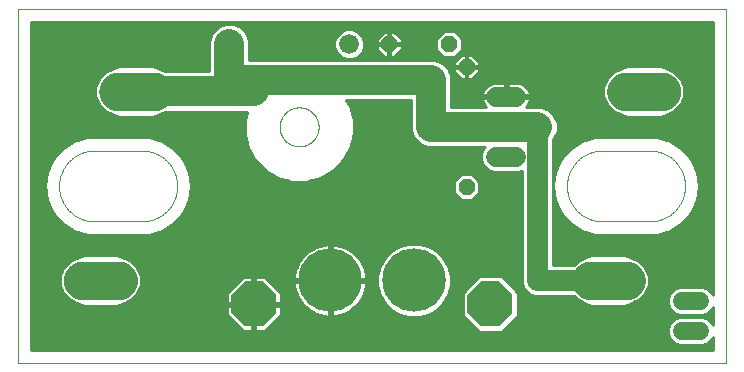
<source format=gbl>
G75*
%MOIN*%
%OFA0B0*%
%FSLAX25Y25*%
%IPPOS*%
%LPD*%
%AMOC8*
5,1,8,0,0,1.08239X$1,22.5*
%
%ADD10C,0.00000*%
%ADD11C,0.21126*%
%ADD12OC8,0.05200*%
%ADD13C,0.06600*%
%ADD14OC8,0.15000*%
%ADD15C,0.00984*%
%ADD16C,0.11811*%
%ADD17C,0.06600*%
%ADD18C,0.06000*%
%ADD19C,0.01000*%
%ADD20C,0.10000*%
%ADD21C,0.07000*%
D10*
X0003000Y0007759D02*
X0003000Y0125869D01*
X0239220Y0125869D01*
X0239220Y0007759D01*
X0003000Y0007759D01*
X0026622Y0031381D02*
X0034496Y0031381D01*
X0034620Y0031383D01*
X0034743Y0031389D01*
X0034867Y0031398D01*
X0034989Y0031412D01*
X0035112Y0031429D01*
X0035234Y0031451D01*
X0035355Y0031476D01*
X0035475Y0031505D01*
X0035594Y0031537D01*
X0035713Y0031574D01*
X0035830Y0031614D01*
X0035945Y0031657D01*
X0036060Y0031705D01*
X0036172Y0031756D01*
X0036283Y0031810D01*
X0036393Y0031868D01*
X0036500Y0031929D01*
X0036606Y0031994D01*
X0036709Y0032062D01*
X0036810Y0032133D01*
X0036909Y0032207D01*
X0037006Y0032284D01*
X0037100Y0032365D01*
X0037191Y0032448D01*
X0037280Y0032534D01*
X0037366Y0032623D01*
X0037449Y0032714D01*
X0037530Y0032808D01*
X0037607Y0032905D01*
X0037681Y0033004D01*
X0037752Y0033105D01*
X0037820Y0033208D01*
X0037885Y0033314D01*
X0037946Y0033421D01*
X0038004Y0033531D01*
X0038058Y0033642D01*
X0038109Y0033754D01*
X0038157Y0033869D01*
X0038200Y0033984D01*
X0038240Y0034101D01*
X0038277Y0034220D01*
X0038309Y0034339D01*
X0038338Y0034459D01*
X0038363Y0034580D01*
X0038385Y0034702D01*
X0038402Y0034825D01*
X0038416Y0034947D01*
X0038425Y0035071D01*
X0038431Y0035194D01*
X0038433Y0035318D01*
X0038431Y0035442D01*
X0038425Y0035565D01*
X0038416Y0035689D01*
X0038402Y0035811D01*
X0038385Y0035934D01*
X0038363Y0036056D01*
X0038338Y0036177D01*
X0038309Y0036297D01*
X0038277Y0036416D01*
X0038240Y0036535D01*
X0038200Y0036652D01*
X0038157Y0036767D01*
X0038109Y0036882D01*
X0038058Y0036994D01*
X0038004Y0037105D01*
X0037946Y0037215D01*
X0037885Y0037322D01*
X0037820Y0037428D01*
X0037752Y0037531D01*
X0037681Y0037632D01*
X0037607Y0037731D01*
X0037530Y0037828D01*
X0037449Y0037922D01*
X0037366Y0038013D01*
X0037280Y0038102D01*
X0037191Y0038188D01*
X0037100Y0038271D01*
X0037006Y0038352D01*
X0036909Y0038429D01*
X0036810Y0038503D01*
X0036709Y0038574D01*
X0036606Y0038642D01*
X0036500Y0038707D01*
X0036393Y0038768D01*
X0036283Y0038826D01*
X0036172Y0038880D01*
X0036060Y0038931D01*
X0035945Y0038979D01*
X0035830Y0039022D01*
X0035713Y0039062D01*
X0035594Y0039099D01*
X0035475Y0039131D01*
X0035355Y0039160D01*
X0035234Y0039185D01*
X0035112Y0039207D01*
X0034989Y0039224D01*
X0034867Y0039238D01*
X0034743Y0039247D01*
X0034620Y0039253D01*
X0034496Y0039255D01*
X0026622Y0039255D01*
X0026498Y0039253D01*
X0026375Y0039247D01*
X0026251Y0039238D01*
X0026129Y0039224D01*
X0026006Y0039207D01*
X0025884Y0039185D01*
X0025763Y0039160D01*
X0025643Y0039131D01*
X0025524Y0039099D01*
X0025405Y0039062D01*
X0025288Y0039022D01*
X0025173Y0038979D01*
X0025058Y0038931D01*
X0024946Y0038880D01*
X0024835Y0038826D01*
X0024725Y0038768D01*
X0024618Y0038707D01*
X0024512Y0038642D01*
X0024409Y0038574D01*
X0024308Y0038503D01*
X0024209Y0038429D01*
X0024112Y0038352D01*
X0024018Y0038271D01*
X0023927Y0038188D01*
X0023838Y0038102D01*
X0023752Y0038013D01*
X0023669Y0037922D01*
X0023588Y0037828D01*
X0023511Y0037731D01*
X0023437Y0037632D01*
X0023366Y0037531D01*
X0023298Y0037428D01*
X0023233Y0037322D01*
X0023172Y0037215D01*
X0023114Y0037105D01*
X0023060Y0036994D01*
X0023009Y0036882D01*
X0022961Y0036767D01*
X0022918Y0036652D01*
X0022878Y0036535D01*
X0022841Y0036416D01*
X0022809Y0036297D01*
X0022780Y0036177D01*
X0022755Y0036056D01*
X0022733Y0035934D01*
X0022716Y0035811D01*
X0022702Y0035689D01*
X0022693Y0035565D01*
X0022687Y0035442D01*
X0022685Y0035318D01*
X0022687Y0035194D01*
X0022693Y0035071D01*
X0022702Y0034947D01*
X0022716Y0034825D01*
X0022733Y0034702D01*
X0022755Y0034580D01*
X0022780Y0034459D01*
X0022809Y0034339D01*
X0022841Y0034220D01*
X0022878Y0034101D01*
X0022918Y0033984D01*
X0022961Y0033869D01*
X0023009Y0033754D01*
X0023060Y0033642D01*
X0023114Y0033531D01*
X0023172Y0033421D01*
X0023233Y0033314D01*
X0023298Y0033208D01*
X0023366Y0033105D01*
X0023437Y0033004D01*
X0023511Y0032905D01*
X0023588Y0032808D01*
X0023669Y0032714D01*
X0023752Y0032623D01*
X0023838Y0032534D01*
X0023927Y0032448D01*
X0024018Y0032365D01*
X0024112Y0032284D01*
X0024209Y0032207D01*
X0024308Y0032133D01*
X0024409Y0032062D01*
X0024512Y0031994D01*
X0024618Y0031929D01*
X0024725Y0031868D01*
X0024835Y0031810D01*
X0024946Y0031756D01*
X0025058Y0031705D01*
X0025173Y0031657D01*
X0025288Y0031614D01*
X0025405Y0031574D01*
X0025524Y0031537D01*
X0025643Y0031505D01*
X0025763Y0031476D01*
X0025884Y0031451D01*
X0026006Y0031429D01*
X0026129Y0031412D01*
X0026251Y0031398D01*
X0026375Y0031389D01*
X0026498Y0031383D01*
X0026622Y0031381D01*
X0028591Y0055003D02*
X0044339Y0055003D01*
X0044627Y0055007D01*
X0044914Y0055017D01*
X0045201Y0055035D01*
X0045488Y0055059D01*
X0045774Y0055090D01*
X0046059Y0055129D01*
X0046343Y0055174D01*
X0046626Y0055226D01*
X0046907Y0055286D01*
X0047187Y0055352D01*
X0047465Y0055424D01*
X0047742Y0055504D01*
X0048016Y0055590D01*
X0048288Y0055683D01*
X0048558Y0055782D01*
X0048826Y0055888D01*
X0049090Y0056001D01*
X0049352Y0056120D01*
X0049611Y0056245D01*
X0049867Y0056377D01*
X0050120Y0056514D01*
X0050369Y0056658D01*
X0050614Y0056808D01*
X0050856Y0056964D01*
X0051094Y0057125D01*
X0051328Y0057293D01*
X0051558Y0057466D01*
X0051783Y0057644D01*
X0052004Y0057828D01*
X0052221Y0058017D01*
X0052433Y0058212D01*
X0052640Y0058412D01*
X0052842Y0058616D01*
X0053039Y0058826D01*
X0053231Y0059040D01*
X0053417Y0059259D01*
X0053599Y0059482D01*
X0053775Y0059710D01*
X0053945Y0059942D01*
X0054109Y0060178D01*
X0054268Y0060417D01*
X0054421Y0060661D01*
X0054568Y0060909D01*
X0054708Y0061159D01*
X0054843Y0061414D01*
X0054971Y0061671D01*
X0055093Y0061931D01*
X0055209Y0062195D01*
X0055318Y0062461D01*
X0055421Y0062729D01*
X0055517Y0063000D01*
X0055607Y0063274D01*
X0055690Y0063549D01*
X0055766Y0063827D01*
X0055835Y0064106D01*
X0055898Y0064386D01*
X0055954Y0064669D01*
X0056002Y0064952D01*
X0056044Y0065237D01*
X0056079Y0065522D01*
X0056107Y0065808D01*
X0056128Y0066095D01*
X0056142Y0066383D01*
X0056149Y0066670D01*
X0056149Y0066958D01*
X0056142Y0067245D01*
X0056128Y0067533D01*
X0056107Y0067820D01*
X0056079Y0068106D01*
X0056044Y0068391D01*
X0056002Y0068676D01*
X0055954Y0068959D01*
X0055898Y0069242D01*
X0055835Y0069522D01*
X0055766Y0069801D01*
X0055690Y0070079D01*
X0055607Y0070354D01*
X0055517Y0070628D01*
X0055421Y0070899D01*
X0055318Y0071167D01*
X0055209Y0071433D01*
X0055093Y0071697D01*
X0054971Y0071957D01*
X0054843Y0072214D01*
X0054708Y0072469D01*
X0054568Y0072720D01*
X0054421Y0072967D01*
X0054268Y0073211D01*
X0054109Y0073450D01*
X0053945Y0073686D01*
X0053775Y0073918D01*
X0053599Y0074146D01*
X0053417Y0074369D01*
X0053231Y0074588D01*
X0053039Y0074802D01*
X0052842Y0075012D01*
X0052640Y0075216D01*
X0052433Y0075416D01*
X0052221Y0075611D01*
X0052004Y0075800D01*
X0051783Y0075984D01*
X0051558Y0076162D01*
X0051328Y0076335D01*
X0051094Y0076503D01*
X0050856Y0076664D01*
X0050614Y0076820D01*
X0050369Y0076970D01*
X0050120Y0077114D01*
X0049867Y0077251D01*
X0049611Y0077383D01*
X0049352Y0077508D01*
X0049090Y0077627D01*
X0048826Y0077740D01*
X0048558Y0077846D01*
X0048288Y0077945D01*
X0048016Y0078038D01*
X0047742Y0078124D01*
X0047465Y0078204D01*
X0047187Y0078276D01*
X0046907Y0078342D01*
X0046626Y0078402D01*
X0046343Y0078454D01*
X0046059Y0078499D01*
X0045774Y0078538D01*
X0045488Y0078569D01*
X0045201Y0078593D01*
X0044914Y0078611D01*
X0044627Y0078621D01*
X0044339Y0078625D01*
X0028591Y0078625D01*
X0028303Y0078621D01*
X0028016Y0078611D01*
X0027729Y0078593D01*
X0027442Y0078569D01*
X0027156Y0078538D01*
X0026871Y0078499D01*
X0026587Y0078454D01*
X0026304Y0078402D01*
X0026023Y0078342D01*
X0025743Y0078276D01*
X0025465Y0078204D01*
X0025188Y0078124D01*
X0024914Y0078038D01*
X0024642Y0077945D01*
X0024372Y0077846D01*
X0024104Y0077740D01*
X0023840Y0077627D01*
X0023578Y0077508D01*
X0023319Y0077383D01*
X0023063Y0077251D01*
X0022810Y0077114D01*
X0022561Y0076970D01*
X0022316Y0076820D01*
X0022074Y0076664D01*
X0021836Y0076503D01*
X0021602Y0076335D01*
X0021372Y0076162D01*
X0021147Y0075984D01*
X0020926Y0075800D01*
X0020709Y0075611D01*
X0020497Y0075416D01*
X0020290Y0075216D01*
X0020088Y0075012D01*
X0019891Y0074802D01*
X0019699Y0074588D01*
X0019513Y0074369D01*
X0019331Y0074146D01*
X0019155Y0073918D01*
X0018985Y0073686D01*
X0018821Y0073450D01*
X0018662Y0073211D01*
X0018509Y0072967D01*
X0018362Y0072719D01*
X0018222Y0072469D01*
X0018087Y0072214D01*
X0017959Y0071957D01*
X0017837Y0071697D01*
X0017721Y0071433D01*
X0017612Y0071167D01*
X0017509Y0070899D01*
X0017413Y0070628D01*
X0017323Y0070354D01*
X0017240Y0070079D01*
X0017164Y0069801D01*
X0017095Y0069522D01*
X0017032Y0069242D01*
X0016976Y0068959D01*
X0016928Y0068676D01*
X0016886Y0068391D01*
X0016851Y0068106D01*
X0016823Y0067820D01*
X0016802Y0067533D01*
X0016788Y0067245D01*
X0016781Y0066958D01*
X0016781Y0066670D01*
X0016788Y0066383D01*
X0016802Y0066095D01*
X0016823Y0065808D01*
X0016851Y0065522D01*
X0016886Y0065237D01*
X0016928Y0064952D01*
X0016976Y0064669D01*
X0017032Y0064386D01*
X0017095Y0064106D01*
X0017164Y0063827D01*
X0017240Y0063549D01*
X0017323Y0063274D01*
X0017413Y0063000D01*
X0017509Y0062729D01*
X0017612Y0062461D01*
X0017721Y0062195D01*
X0017837Y0061931D01*
X0017959Y0061671D01*
X0018087Y0061414D01*
X0018222Y0061159D01*
X0018362Y0060908D01*
X0018509Y0060661D01*
X0018662Y0060417D01*
X0018821Y0060178D01*
X0018985Y0059942D01*
X0019155Y0059710D01*
X0019331Y0059482D01*
X0019513Y0059259D01*
X0019699Y0059040D01*
X0019891Y0058826D01*
X0020088Y0058616D01*
X0020290Y0058412D01*
X0020497Y0058212D01*
X0020709Y0058017D01*
X0020926Y0057828D01*
X0021147Y0057644D01*
X0021372Y0057466D01*
X0021602Y0057293D01*
X0021836Y0057125D01*
X0022074Y0056964D01*
X0022316Y0056808D01*
X0022561Y0056658D01*
X0022810Y0056514D01*
X0023063Y0056377D01*
X0023319Y0056245D01*
X0023578Y0056120D01*
X0023840Y0056001D01*
X0024104Y0055888D01*
X0024372Y0055782D01*
X0024642Y0055683D01*
X0024914Y0055590D01*
X0025188Y0055504D01*
X0025465Y0055424D01*
X0025743Y0055352D01*
X0026023Y0055286D01*
X0026304Y0055226D01*
X0026587Y0055174D01*
X0026871Y0055129D01*
X0027156Y0055090D01*
X0027442Y0055059D01*
X0027729Y0055035D01*
X0028016Y0055017D01*
X0028303Y0055007D01*
X0028591Y0055003D01*
X0038433Y0094373D02*
X0046307Y0094373D01*
X0046431Y0094375D01*
X0046554Y0094381D01*
X0046678Y0094390D01*
X0046800Y0094404D01*
X0046923Y0094421D01*
X0047045Y0094443D01*
X0047166Y0094468D01*
X0047286Y0094497D01*
X0047405Y0094529D01*
X0047524Y0094566D01*
X0047641Y0094606D01*
X0047756Y0094649D01*
X0047871Y0094697D01*
X0047983Y0094748D01*
X0048094Y0094802D01*
X0048204Y0094860D01*
X0048311Y0094921D01*
X0048417Y0094986D01*
X0048520Y0095054D01*
X0048621Y0095125D01*
X0048720Y0095199D01*
X0048817Y0095276D01*
X0048911Y0095357D01*
X0049002Y0095440D01*
X0049091Y0095526D01*
X0049177Y0095615D01*
X0049260Y0095706D01*
X0049341Y0095800D01*
X0049418Y0095897D01*
X0049492Y0095996D01*
X0049563Y0096097D01*
X0049631Y0096200D01*
X0049696Y0096306D01*
X0049757Y0096413D01*
X0049815Y0096523D01*
X0049869Y0096634D01*
X0049920Y0096746D01*
X0049968Y0096861D01*
X0050011Y0096976D01*
X0050051Y0097093D01*
X0050088Y0097212D01*
X0050120Y0097331D01*
X0050149Y0097451D01*
X0050174Y0097572D01*
X0050196Y0097694D01*
X0050213Y0097817D01*
X0050227Y0097939D01*
X0050236Y0098063D01*
X0050242Y0098186D01*
X0050244Y0098310D01*
X0050242Y0098434D01*
X0050236Y0098557D01*
X0050227Y0098681D01*
X0050213Y0098803D01*
X0050196Y0098926D01*
X0050174Y0099048D01*
X0050149Y0099169D01*
X0050120Y0099289D01*
X0050088Y0099408D01*
X0050051Y0099527D01*
X0050011Y0099644D01*
X0049968Y0099759D01*
X0049920Y0099874D01*
X0049869Y0099986D01*
X0049815Y0100097D01*
X0049757Y0100207D01*
X0049696Y0100314D01*
X0049631Y0100420D01*
X0049563Y0100523D01*
X0049492Y0100624D01*
X0049418Y0100723D01*
X0049341Y0100820D01*
X0049260Y0100914D01*
X0049177Y0101005D01*
X0049091Y0101094D01*
X0049002Y0101180D01*
X0048911Y0101263D01*
X0048817Y0101344D01*
X0048720Y0101421D01*
X0048621Y0101495D01*
X0048520Y0101566D01*
X0048417Y0101634D01*
X0048311Y0101699D01*
X0048204Y0101760D01*
X0048094Y0101818D01*
X0047983Y0101872D01*
X0047871Y0101923D01*
X0047756Y0101971D01*
X0047641Y0102014D01*
X0047524Y0102054D01*
X0047405Y0102091D01*
X0047286Y0102123D01*
X0047166Y0102152D01*
X0047045Y0102177D01*
X0046923Y0102199D01*
X0046800Y0102216D01*
X0046678Y0102230D01*
X0046554Y0102239D01*
X0046431Y0102245D01*
X0046307Y0102247D01*
X0038433Y0102247D01*
X0038309Y0102245D01*
X0038186Y0102239D01*
X0038062Y0102230D01*
X0037940Y0102216D01*
X0037817Y0102199D01*
X0037695Y0102177D01*
X0037574Y0102152D01*
X0037454Y0102123D01*
X0037335Y0102091D01*
X0037216Y0102054D01*
X0037099Y0102014D01*
X0036984Y0101971D01*
X0036869Y0101923D01*
X0036757Y0101872D01*
X0036646Y0101818D01*
X0036536Y0101760D01*
X0036429Y0101699D01*
X0036323Y0101634D01*
X0036220Y0101566D01*
X0036119Y0101495D01*
X0036020Y0101421D01*
X0035923Y0101344D01*
X0035829Y0101263D01*
X0035738Y0101180D01*
X0035649Y0101094D01*
X0035563Y0101005D01*
X0035480Y0100914D01*
X0035399Y0100820D01*
X0035322Y0100723D01*
X0035248Y0100624D01*
X0035177Y0100523D01*
X0035109Y0100420D01*
X0035044Y0100314D01*
X0034983Y0100207D01*
X0034925Y0100097D01*
X0034871Y0099986D01*
X0034820Y0099874D01*
X0034772Y0099759D01*
X0034729Y0099644D01*
X0034689Y0099527D01*
X0034652Y0099408D01*
X0034620Y0099289D01*
X0034591Y0099169D01*
X0034566Y0099048D01*
X0034544Y0098926D01*
X0034527Y0098803D01*
X0034513Y0098681D01*
X0034504Y0098557D01*
X0034498Y0098434D01*
X0034496Y0098310D01*
X0034498Y0098186D01*
X0034504Y0098063D01*
X0034513Y0097939D01*
X0034527Y0097817D01*
X0034544Y0097694D01*
X0034566Y0097572D01*
X0034591Y0097451D01*
X0034620Y0097331D01*
X0034652Y0097212D01*
X0034689Y0097093D01*
X0034729Y0096976D01*
X0034772Y0096861D01*
X0034820Y0096746D01*
X0034871Y0096634D01*
X0034925Y0096523D01*
X0034983Y0096413D01*
X0035044Y0096306D01*
X0035109Y0096200D01*
X0035177Y0096097D01*
X0035248Y0095996D01*
X0035322Y0095897D01*
X0035399Y0095800D01*
X0035480Y0095706D01*
X0035563Y0095615D01*
X0035649Y0095526D01*
X0035738Y0095440D01*
X0035829Y0095357D01*
X0035923Y0095276D01*
X0036020Y0095199D01*
X0036119Y0095125D01*
X0036220Y0095054D01*
X0036323Y0094986D01*
X0036429Y0094921D01*
X0036536Y0094860D01*
X0036646Y0094802D01*
X0036757Y0094748D01*
X0036869Y0094697D01*
X0036984Y0094649D01*
X0037099Y0094606D01*
X0037216Y0094566D01*
X0037335Y0094529D01*
X0037454Y0094497D01*
X0037574Y0094468D01*
X0037695Y0094443D01*
X0037817Y0094421D01*
X0037940Y0094404D01*
X0038062Y0094390D01*
X0038186Y0094381D01*
X0038309Y0094375D01*
X0038433Y0094373D01*
X0090295Y0086499D02*
X0090297Y0086660D01*
X0090303Y0086820D01*
X0090313Y0086981D01*
X0090327Y0087141D01*
X0090345Y0087301D01*
X0090366Y0087460D01*
X0090392Y0087619D01*
X0090422Y0087777D01*
X0090455Y0087934D01*
X0090493Y0088091D01*
X0090534Y0088246D01*
X0090579Y0088400D01*
X0090628Y0088553D01*
X0090681Y0088705D01*
X0090737Y0088856D01*
X0090798Y0089005D01*
X0090861Y0089153D01*
X0090929Y0089299D01*
X0091000Y0089443D01*
X0091074Y0089585D01*
X0091152Y0089726D01*
X0091234Y0089864D01*
X0091319Y0090001D01*
X0091407Y0090135D01*
X0091499Y0090267D01*
X0091594Y0090397D01*
X0091692Y0090525D01*
X0091793Y0090650D01*
X0091897Y0090772D01*
X0092004Y0090892D01*
X0092114Y0091009D01*
X0092227Y0091124D01*
X0092343Y0091235D01*
X0092462Y0091344D01*
X0092583Y0091449D01*
X0092707Y0091552D01*
X0092833Y0091652D01*
X0092961Y0091748D01*
X0093092Y0091841D01*
X0093226Y0091931D01*
X0093361Y0092018D01*
X0093499Y0092101D01*
X0093638Y0092181D01*
X0093780Y0092257D01*
X0093923Y0092330D01*
X0094068Y0092399D01*
X0094215Y0092465D01*
X0094363Y0092527D01*
X0094513Y0092585D01*
X0094664Y0092640D01*
X0094817Y0092691D01*
X0094971Y0092738D01*
X0095126Y0092781D01*
X0095282Y0092820D01*
X0095438Y0092856D01*
X0095596Y0092887D01*
X0095754Y0092915D01*
X0095913Y0092939D01*
X0096073Y0092959D01*
X0096233Y0092975D01*
X0096393Y0092987D01*
X0096554Y0092995D01*
X0096715Y0092999D01*
X0096875Y0092999D01*
X0097036Y0092995D01*
X0097197Y0092987D01*
X0097357Y0092975D01*
X0097517Y0092959D01*
X0097677Y0092939D01*
X0097836Y0092915D01*
X0097994Y0092887D01*
X0098152Y0092856D01*
X0098308Y0092820D01*
X0098464Y0092781D01*
X0098619Y0092738D01*
X0098773Y0092691D01*
X0098926Y0092640D01*
X0099077Y0092585D01*
X0099227Y0092527D01*
X0099375Y0092465D01*
X0099522Y0092399D01*
X0099667Y0092330D01*
X0099810Y0092257D01*
X0099952Y0092181D01*
X0100091Y0092101D01*
X0100229Y0092018D01*
X0100364Y0091931D01*
X0100498Y0091841D01*
X0100629Y0091748D01*
X0100757Y0091652D01*
X0100883Y0091552D01*
X0101007Y0091449D01*
X0101128Y0091344D01*
X0101247Y0091235D01*
X0101363Y0091124D01*
X0101476Y0091009D01*
X0101586Y0090892D01*
X0101693Y0090772D01*
X0101797Y0090650D01*
X0101898Y0090525D01*
X0101996Y0090397D01*
X0102091Y0090267D01*
X0102183Y0090135D01*
X0102271Y0090001D01*
X0102356Y0089864D01*
X0102438Y0089726D01*
X0102516Y0089585D01*
X0102590Y0089443D01*
X0102661Y0089299D01*
X0102729Y0089153D01*
X0102792Y0089005D01*
X0102853Y0088856D01*
X0102909Y0088705D01*
X0102962Y0088553D01*
X0103011Y0088400D01*
X0103056Y0088246D01*
X0103097Y0088091D01*
X0103135Y0087934D01*
X0103168Y0087777D01*
X0103198Y0087619D01*
X0103224Y0087460D01*
X0103245Y0087301D01*
X0103263Y0087141D01*
X0103277Y0086981D01*
X0103287Y0086820D01*
X0103293Y0086660D01*
X0103295Y0086499D01*
X0103293Y0086338D01*
X0103287Y0086178D01*
X0103277Y0086017D01*
X0103263Y0085857D01*
X0103245Y0085697D01*
X0103224Y0085538D01*
X0103198Y0085379D01*
X0103168Y0085221D01*
X0103135Y0085064D01*
X0103097Y0084907D01*
X0103056Y0084752D01*
X0103011Y0084598D01*
X0102962Y0084445D01*
X0102909Y0084293D01*
X0102853Y0084142D01*
X0102792Y0083993D01*
X0102729Y0083845D01*
X0102661Y0083699D01*
X0102590Y0083555D01*
X0102516Y0083413D01*
X0102438Y0083272D01*
X0102356Y0083134D01*
X0102271Y0082997D01*
X0102183Y0082863D01*
X0102091Y0082731D01*
X0101996Y0082601D01*
X0101898Y0082473D01*
X0101797Y0082348D01*
X0101693Y0082226D01*
X0101586Y0082106D01*
X0101476Y0081989D01*
X0101363Y0081874D01*
X0101247Y0081763D01*
X0101128Y0081654D01*
X0101007Y0081549D01*
X0100883Y0081446D01*
X0100757Y0081346D01*
X0100629Y0081250D01*
X0100498Y0081157D01*
X0100364Y0081067D01*
X0100229Y0080980D01*
X0100091Y0080897D01*
X0099952Y0080817D01*
X0099810Y0080741D01*
X0099667Y0080668D01*
X0099522Y0080599D01*
X0099375Y0080533D01*
X0099227Y0080471D01*
X0099077Y0080413D01*
X0098926Y0080358D01*
X0098773Y0080307D01*
X0098619Y0080260D01*
X0098464Y0080217D01*
X0098308Y0080178D01*
X0098152Y0080142D01*
X0097994Y0080111D01*
X0097836Y0080083D01*
X0097677Y0080059D01*
X0097517Y0080039D01*
X0097357Y0080023D01*
X0097197Y0080011D01*
X0097036Y0080003D01*
X0096875Y0079999D01*
X0096715Y0079999D01*
X0096554Y0080003D01*
X0096393Y0080011D01*
X0096233Y0080023D01*
X0096073Y0080039D01*
X0095913Y0080059D01*
X0095754Y0080083D01*
X0095596Y0080111D01*
X0095438Y0080142D01*
X0095282Y0080178D01*
X0095126Y0080217D01*
X0094971Y0080260D01*
X0094817Y0080307D01*
X0094664Y0080358D01*
X0094513Y0080413D01*
X0094363Y0080471D01*
X0094215Y0080533D01*
X0094068Y0080599D01*
X0093923Y0080668D01*
X0093780Y0080741D01*
X0093638Y0080817D01*
X0093499Y0080897D01*
X0093361Y0080980D01*
X0093226Y0081067D01*
X0093092Y0081157D01*
X0092961Y0081250D01*
X0092833Y0081346D01*
X0092707Y0081446D01*
X0092583Y0081549D01*
X0092462Y0081654D01*
X0092343Y0081763D01*
X0092227Y0081874D01*
X0092114Y0081989D01*
X0092004Y0082106D01*
X0091897Y0082226D01*
X0091793Y0082348D01*
X0091692Y0082473D01*
X0091594Y0082601D01*
X0091499Y0082731D01*
X0091407Y0082863D01*
X0091319Y0082997D01*
X0091234Y0083134D01*
X0091152Y0083272D01*
X0091074Y0083413D01*
X0091000Y0083555D01*
X0090929Y0083699D01*
X0090861Y0083845D01*
X0090798Y0083993D01*
X0090737Y0084142D01*
X0090681Y0084293D01*
X0090628Y0084445D01*
X0090579Y0084598D01*
X0090534Y0084752D01*
X0090493Y0084907D01*
X0090455Y0085064D01*
X0090422Y0085221D01*
X0090392Y0085379D01*
X0090366Y0085538D01*
X0090345Y0085697D01*
X0090327Y0085857D01*
X0090313Y0086017D01*
X0090303Y0086178D01*
X0090297Y0086338D01*
X0090295Y0086499D01*
X0195913Y0039255D02*
X0203787Y0039255D01*
X0203911Y0039253D01*
X0204034Y0039247D01*
X0204158Y0039238D01*
X0204280Y0039224D01*
X0204403Y0039207D01*
X0204525Y0039185D01*
X0204646Y0039160D01*
X0204766Y0039131D01*
X0204885Y0039099D01*
X0205004Y0039062D01*
X0205121Y0039022D01*
X0205236Y0038979D01*
X0205351Y0038931D01*
X0205463Y0038880D01*
X0205574Y0038826D01*
X0205684Y0038768D01*
X0205791Y0038707D01*
X0205897Y0038642D01*
X0206000Y0038574D01*
X0206101Y0038503D01*
X0206200Y0038429D01*
X0206297Y0038352D01*
X0206391Y0038271D01*
X0206482Y0038188D01*
X0206571Y0038102D01*
X0206657Y0038013D01*
X0206740Y0037922D01*
X0206821Y0037828D01*
X0206898Y0037731D01*
X0206972Y0037632D01*
X0207043Y0037531D01*
X0207111Y0037428D01*
X0207176Y0037322D01*
X0207237Y0037215D01*
X0207295Y0037105D01*
X0207349Y0036994D01*
X0207400Y0036882D01*
X0207448Y0036767D01*
X0207491Y0036652D01*
X0207531Y0036535D01*
X0207568Y0036416D01*
X0207600Y0036297D01*
X0207629Y0036177D01*
X0207654Y0036056D01*
X0207676Y0035934D01*
X0207693Y0035811D01*
X0207707Y0035689D01*
X0207716Y0035565D01*
X0207722Y0035442D01*
X0207724Y0035318D01*
X0207722Y0035194D01*
X0207716Y0035071D01*
X0207707Y0034947D01*
X0207693Y0034825D01*
X0207676Y0034702D01*
X0207654Y0034580D01*
X0207629Y0034459D01*
X0207600Y0034339D01*
X0207568Y0034220D01*
X0207531Y0034101D01*
X0207491Y0033984D01*
X0207448Y0033869D01*
X0207400Y0033754D01*
X0207349Y0033642D01*
X0207295Y0033531D01*
X0207237Y0033421D01*
X0207176Y0033314D01*
X0207111Y0033208D01*
X0207043Y0033105D01*
X0206972Y0033004D01*
X0206898Y0032905D01*
X0206821Y0032808D01*
X0206740Y0032714D01*
X0206657Y0032623D01*
X0206571Y0032534D01*
X0206482Y0032448D01*
X0206391Y0032365D01*
X0206297Y0032284D01*
X0206200Y0032207D01*
X0206101Y0032133D01*
X0206000Y0032062D01*
X0205897Y0031994D01*
X0205791Y0031929D01*
X0205684Y0031868D01*
X0205574Y0031810D01*
X0205463Y0031756D01*
X0205351Y0031705D01*
X0205236Y0031657D01*
X0205121Y0031614D01*
X0205004Y0031574D01*
X0204885Y0031537D01*
X0204766Y0031505D01*
X0204646Y0031476D01*
X0204525Y0031451D01*
X0204403Y0031429D01*
X0204280Y0031412D01*
X0204158Y0031398D01*
X0204034Y0031389D01*
X0203911Y0031383D01*
X0203787Y0031381D01*
X0195913Y0031381D01*
X0195789Y0031383D01*
X0195666Y0031389D01*
X0195542Y0031398D01*
X0195420Y0031412D01*
X0195297Y0031429D01*
X0195175Y0031451D01*
X0195054Y0031476D01*
X0194934Y0031505D01*
X0194815Y0031537D01*
X0194696Y0031574D01*
X0194579Y0031614D01*
X0194464Y0031657D01*
X0194349Y0031705D01*
X0194237Y0031756D01*
X0194126Y0031810D01*
X0194016Y0031868D01*
X0193909Y0031929D01*
X0193803Y0031994D01*
X0193700Y0032062D01*
X0193599Y0032133D01*
X0193500Y0032207D01*
X0193403Y0032284D01*
X0193309Y0032365D01*
X0193218Y0032448D01*
X0193129Y0032534D01*
X0193043Y0032623D01*
X0192960Y0032714D01*
X0192879Y0032808D01*
X0192802Y0032905D01*
X0192728Y0033004D01*
X0192657Y0033105D01*
X0192589Y0033208D01*
X0192524Y0033314D01*
X0192463Y0033421D01*
X0192405Y0033531D01*
X0192351Y0033642D01*
X0192300Y0033754D01*
X0192252Y0033869D01*
X0192209Y0033984D01*
X0192169Y0034101D01*
X0192132Y0034220D01*
X0192100Y0034339D01*
X0192071Y0034459D01*
X0192046Y0034580D01*
X0192024Y0034702D01*
X0192007Y0034825D01*
X0191993Y0034947D01*
X0191984Y0035071D01*
X0191978Y0035194D01*
X0191976Y0035318D01*
X0191978Y0035442D01*
X0191984Y0035565D01*
X0191993Y0035689D01*
X0192007Y0035811D01*
X0192024Y0035934D01*
X0192046Y0036056D01*
X0192071Y0036177D01*
X0192100Y0036297D01*
X0192132Y0036416D01*
X0192169Y0036535D01*
X0192209Y0036652D01*
X0192252Y0036767D01*
X0192300Y0036882D01*
X0192351Y0036994D01*
X0192405Y0037105D01*
X0192463Y0037215D01*
X0192524Y0037322D01*
X0192589Y0037428D01*
X0192657Y0037531D01*
X0192728Y0037632D01*
X0192802Y0037731D01*
X0192879Y0037828D01*
X0192960Y0037922D01*
X0193043Y0038013D01*
X0193129Y0038102D01*
X0193218Y0038188D01*
X0193309Y0038271D01*
X0193403Y0038352D01*
X0193500Y0038429D01*
X0193599Y0038503D01*
X0193700Y0038574D01*
X0193803Y0038642D01*
X0193909Y0038707D01*
X0194016Y0038768D01*
X0194126Y0038826D01*
X0194237Y0038880D01*
X0194349Y0038931D01*
X0194464Y0038979D01*
X0194579Y0039022D01*
X0194696Y0039062D01*
X0194815Y0039099D01*
X0194934Y0039131D01*
X0195054Y0039160D01*
X0195175Y0039185D01*
X0195297Y0039207D01*
X0195420Y0039224D01*
X0195542Y0039238D01*
X0195666Y0039247D01*
X0195789Y0039253D01*
X0195913Y0039255D01*
X0197882Y0055003D02*
X0213630Y0055003D01*
X0213918Y0055007D01*
X0214205Y0055017D01*
X0214492Y0055035D01*
X0214779Y0055059D01*
X0215065Y0055090D01*
X0215350Y0055129D01*
X0215634Y0055174D01*
X0215917Y0055226D01*
X0216198Y0055286D01*
X0216478Y0055352D01*
X0216756Y0055424D01*
X0217033Y0055504D01*
X0217307Y0055590D01*
X0217579Y0055683D01*
X0217849Y0055782D01*
X0218117Y0055888D01*
X0218381Y0056001D01*
X0218643Y0056120D01*
X0218902Y0056245D01*
X0219158Y0056377D01*
X0219411Y0056514D01*
X0219660Y0056658D01*
X0219905Y0056808D01*
X0220147Y0056964D01*
X0220385Y0057125D01*
X0220619Y0057293D01*
X0220849Y0057466D01*
X0221074Y0057644D01*
X0221295Y0057828D01*
X0221512Y0058017D01*
X0221724Y0058212D01*
X0221931Y0058412D01*
X0222133Y0058616D01*
X0222330Y0058826D01*
X0222522Y0059040D01*
X0222708Y0059259D01*
X0222890Y0059482D01*
X0223066Y0059710D01*
X0223236Y0059942D01*
X0223400Y0060178D01*
X0223559Y0060417D01*
X0223712Y0060661D01*
X0223859Y0060909D01*
X0223999Y0061159D01*
X0224134Y0061414D01*
X0224262Y0061671D01*
X0224384Y0061931D01*
X0224500Y0062195D01*
X0224609Y0062461D01*
X0224712Y0062729D01*
X0224808Y0063000D01*
X0224898Y0063274D01*
X0224981Y0063549D01*
X0225057Y0063827D01*
X0225126Y0064106D01*
X0225189Y0064386D01*
X0225245Y0064669D01*
X0225293Y0064952D01*
X0225335Y0065237D01*
X0225370Y0065522D01*
X0225398Y0065808D01*
X0225419Y0066095D01*
X0225433Y0066383D01*
X0225440Y0066670D01*
X0225440Y0066958D01*
X0225433Y0067245D01*
X0225419Y0067533D01*
X0225398Y0067820D01*
X0225370Y0068106D01*
X0225335Y0068391D01*
X0225293Y0068676D01*
X0225245Y0068959D01*
X0225189Y0069242D01*
X0225126Y0069522D01*
X0225057Y0069801D01*
X0224981Y0070079D01*
X0224898Y0070354D01*
X0224808Y0070628D01*
X0224712Y0070899D01*
X0224609Y0071167D01*
X0224500Y0071433D01*
X0224384Y0071697D01*
X0224262Y0071957D01*
X0224134Y0072214D01*
X0223999Y0072469D01*
X0223859Y0072720D01*
X0223712Y0072967D01*
X0223559Y0073211D01*
X0223400Y0073450D01*
X0223236Y0073686D01*
X0223066Y0073918D01*
X0222890Y0074146D01*
X0222708Y0074369D01*
X0222522Y0074588D01*
X0222330Y0074802D01*
X0222133Y0075012D01*
X0221931Y0075216D01*
X0221724Y0075416D01*
X0221512Y0075611D01*
X0221295Y0075800D01*
X0221074Y0075984D01*
X0220849Y0076162D01*
X0220619Y0076335D01*
X0220385Y0076503D01*
X0220147Y0076664D01*
X0219905Y0076820D01*
X0219660Y0076970D01*
X0219411Y0077114D01*
X0219158Y0077251D01*
X0218902Y0077383D01*
X0218643Y0077508D01*
X0218381Y0077627D01*
X0218117Y0077740D01*
X0217849Y0077846D01*
X0217579Y0077945D01*
X0217307Y0078038D01*
X0217033Y0078124D01*
X0216756Y0078204D01*
X0216478Y0078276D01*
X0216198Y0078342D01*
X0215917Y0078402D01*
X0215634Y0078454D01*
X0215350Y0078499D01*
X0215065Y0078538D01*
X0214779Y0078569D01*
X0214492Y0078593D01*
X0214205Y0078611D01*
X0213918Y0078621D01*
X0213630Y0078625D01*
X0197882Y0078625D01*
X0197594Y0078621D01*
X0197307Y0078611D01*
X0197020Y0078593D01*
X0196733Y0078569D01*
X0196447Y0078538D01*
X0196162Y0078499D01*
X0195878Y0078454D01*
X0195595Y0078402D01*
X0195314Y0078342D01*
X0195034Y0078276D01*
X0194756Y0078204D01*
X0194479Y0078124D01*
X0194205Y0078038D01*
X0193933Y0077945D01*
X0193663Y0077846D01*
X0193395Y0077740D01*
X0193131Y0077627D01*
X0192869Y0077508D01*
X0192610Y0077383D01*
X0192354Y0077251D01*
X0192101Y0077114D01*
X0191852Y0076970D01*
X0191607Y0076820D01*
X0191365Y0076664D01*
X0191127Y0076503D01*
X0190893Y0076335D01*
X0190663Y0076162D01*
X0190438Y0075984D01*
X0190217Y0075800D01*
X0190000Y0075611D01*
X0189788Y0075416D01*
X0189581Y0075216D01*
X0189379Y0075012D01*
X0189182Y0074802D01*
X0188990Y0074588D01*
X0188804Y0074369D01*
X0188622Y0074146D01*
X0188446Y0073918D01*
X0188276Y0073686D01*
X0188112Y0073450D01*
X0187953Y0073211D01*
X0187800Y0072967D01*
X0187653Y0072719D01*
X0187513Y0072469D01*
X0187378Y0072214D01*
X0187250Y0071957D01*
X0187128Y0071697D01*
X0187012Y0071433D01*
X0186903Y0071167D01*
X0186800Y0070899D01*
X0186704Y0070628D01*
X0186614Y0070354D01*
X0186531Y0070079D01*
X0186455Y0069801D01*
X0186386Y0069522D01*
X0186323Y0069242D01*
X0186267Y0068959D01*
X0186219Y0068676D01*
X0186177Y0068391D01*
X0186142Y0068106D01*
X0186114Y0067820D01*
X0186093Y0067533D01*
X0186079Y0067245D01*
X0186072Y0066958D01*
X0186072Y0066670D01*
X0186079Y0066383D01*
X0186093Y0066095D01*
X0186114Y0065808D01*
X0186142Y0065522D01*
X0186177Y0065237D01*
X0186219Y0064952D01*
X0186267Y0064669D01*
X0186323Y0064386D01*
X0186386Y0064106D01*
X0186455Y0063827D01*
X0186531Y0063549D01*
X0186614Y0063274D01*
X0186704Y0063000D01*
X0186800Y0062729D01*
X0186903Y0062461D01*
X0187012Y0062195D01*
X0187128Y0061931D01*
X0187250Y0061671D01*
X0187378Y0061414D01*
X0187513Y0061159D01*
X0187653Y0060908D01*
X0187800Y0060661D01*
X0187953Y0060417D01*
X0188112Y0060178D01*
X0188276Y0059942D01*
X0188446Y0059710D01*
X0188622Y0059482D01*
X0188804Y0059259D01*
X0188990Y0059040D01*
X0189182Y0058826D01*
X0189379Y0058616D01*
X0189581Y0058412D01*
X0189788Y0058212D01*
X0190000Y0058017D01*
X0190217Y0057828D01*
X0190438Y0057644D01*
X0190663Y0057466D01*
X0190893Y0057293D01*
X0191127Y0057125D01*
X0191365Y0056964D01*
X0191607Y0056808D01*
X0191852Y0056658D01*
X0192101Y0056514D01*
X0192354Y0056377D01*
X0192610Y0056245D01*
X0192869Y0056120D01*
X0193131Y0056001D01*
X0193395Y0055888D01*
X0193663Y0055782D01*
X0193933Y0055683D01*
X0194205Y0055590D01*
X0194479Y0055504D01*
X0194756Y0055424D01*
X0195034Y0055352D01*
X0195314Y0055286D01*
X0195595Y0055226D01*
X0195878Y0055174D01*
X0196162Y0055129D01*
X0196447Y0055090D01*
X0196733Y0055059D01*
X0197020Y0055035D01*
X0197307Y0055017D01*
X0197594Y0055007D01*
X0197882Y0055003D01*
X0207724Y0094373D02*
X0215598Y0094373D01*
X0215722Y0094375D01*
X0215845Y0094381D01*
X0215969Y0094390D01*
X0216091Y0094404D01*
X0216214Y0094421D01*
X0216336Y0094443D01*
X0216457Y0094468D01*
X0216577Y0094497D01*
X0216696Y0094529D01*
X0216815Y0094566D01*
X0216932Y0094606D01*
X0217047Y0094649D01*
X0217162Y0094697D01*
X0217274Y0094748D01*
X0217385Y0094802D01*
X0217495Y0094860D01*
X0217602Y0094921D01*
X0217708Y0094986D01*
X0217811Y0095054D01*
X0217912Y0095125D01*
X0218011Y0095199D01*
X0218108Y0095276D01*
X0218202Y0095357D01*
X0218293Y0095440D01*
X0218382Y0095526D01*
X0218468Y0095615D01*
X0218551Y0095706D01*
X0218632Y0095800D01*
X0218709Y0095897D01*
X0218783Y0095996D01*
X0218854Y0096097D01*
X0218922Y0096200D01*
X0218987Y0096306D01*
X0219048Y0096413D01*
X0219106Y0096523D01*
X0219160Y0096634D01*
X0219211Y0096746D01*
X0219259Y0096861D01*
X0219302Y0096976D01*
X0219342Y0097093D01*
X0219379Y0097212D01*
X0219411Y0097331D01*
X0219440Y0097451D01*
X0219465Y0097572D01*
X0219487Y0097694D01*
X0219504Y0097817D01*
X0219518Y0097939D01*
X0219527Y0098063D01*
X0219533Y0098186D01*
X0219535Y0098310D01*
X0219533Y0098434D01*
X0219527Y0098557D01*
X0219518Y0098681D01*
X0219504Y0098803D01*
X0219487Y0098926D01*
X0219465Y0099048D01*
X0219440Y0099169D01*
X0219411Y0099289D01*
X0219379Y0099408D01*
X0219342Y0099527D01*
X0219302Y0099644D01*
X0219259Y0099759D01*
X0219211Y0099874D01*
X0219160Y0099986D01*
X0219106Y0100097D01*
X0219048Y0100207D01*
X0218987Y0100314D01*
X0218922Y0100420D01*
X0218854Y0100523D01*
X0218783Y0100624D01*
X0218709Y0100723D01*
X0218632Y0100820D01*
X0218551Y0100914D01*
X0218468Y0101005D01*
X0218382Y0101094D01*
X0218293Y0101180D01*
X0218202Y0101263D01*
X0218108Y0101344D01*
X0218011Y0101421D01*
X0217912Y0101495D01*
X0217811Y0101566D01*
X0217708Y0101634D01*
X0217602Y0101699D01*
X0217495Y0101760D01*
X0217385Y0101818D01*
X0217274Y0101872D01*
X0217162Y0101923D01*
X0217047Y0101971D01*
X0216932Y0102014D01*
X0216815Y0102054D01*
X0216696Y0102091D01*
X0216577Y0102123D01*
X0216457Y0102152D01*
X0216336Y0102177D01*
X0216214Y0102199D01*
X0216091Y0102216D01*
X0215969Y0102230D01*
X0215845Y0102239D01*
X0215722Y0102245D01*
X0215598Y0102247D01*
X0207724Y0102247D01*
X0207600Y0102245D01*
X0207477Y0102239D01*
X0207353Y0102230D01*
X0207231Y0102216D01*
X0207108Y0102199D01*
X0206986Y0102177D01*
X0206865Y0102152D01*
X0206745Y0102123D01*
X0206626Y0102091D01*
X0206507Y0102054D01*
X0206390Y0102014D01*
X0206275Y0101971D01*
X0206160Y0101923D01*
X0206048Y0101872D01*
X0205937Y0101818D01*
X0205827Y0101760D01*
X0205720Y0101699D01*
X0205614Y0101634D01*
X0205511Y0101566D01*
X0205410Y0101495D01*
X0205311Y0101421D01*
X0205214Y0101344D01*
X0205120Y0101263D01*
X0205029Y0101180D01*
X0204940Y0101094D01*
X0204854Y0101005D01*
X0204771Y0100914D01*
X0204690Y0100820D01*
X0204613Y0100723D01*
X0204539Y0100624D01*
X0204468Y0100523D01*
X0204400Y0100420D01*
X0204335Y0100314D01*
X0204274Y0100207D01*
X0204216Y0100097D01*
X0204162Y0099986D01*
X0204111Y0099874D01*
X0204063Y0099759D01*
X0204020Y0099644D01*
X0203980Y0099527D01*
X0203943Y0099408D01*
X0203911Y0099289D01*
X0203882Y0099169D01*
X0203857Y0099048D01*
X0203835Y0098926D01*
X0203818Y0098803D01*
X0203804Y0098681D01*
X0203795Y0098557D01*
X0203789Y0098434D01*
X0203787Y0098310D01*
X0203789Y0098186D01*
X0203795Y0098063D01*
X0203804Y0097939D01*
X0203818Y0097817D01*
X0203835Y0097694D01*
X0203857Y0097572D01*
X0203882Y0097451D01*
X0203911Y0097331D01*
X0203943Y0097212D01*
X0203980Y0097093D01*
X0204020Y0096976D01*
X0204063Y0096861D01*
X0204111Y0096746D01*
X0204162Y0096634D01*
X0204216Y0096523D01*
X0204274Y0096413D01*
X0204335Y0096306D01*
X0204400Y0096200D01*
X0204468Y0096097D01*
X0204539Y0095996D01*
X0204613Y0095897D01*
X0204690Y0095800D01*
X0204771Y0095706D01*
X0204854Y0095615D01*
X0204940Y0095526D01*
X0205029Y0095440D01*
X0205120Y0095357D01*
X0205214Y0095276D01*
X0205311Y0095199D01*
X0205410Y0095125D01*
X0205511Y0095054D01*
X0205614Y0094986D01*
X0205720Y0094921D01*
X0205827Y0094860D01*
X0205937Y0094802D01*
X0206048Y0094748D01*
X0206160Y0094697D01*
X0206275Y0094649D01*
X0206390Y0094606D01*
X0206507Y0094566D01*
X0206626Y0094529D01*
X0206745Y0094497D01*
X0206865Y0094468D01*
X0206986Y0094443D01*
X0207108Y0094421D01*
X0207231Y0094404D01*
X0207353Y0094390D01*
X0207477Y0094381D01*
X0207600Y0094375D01*
X0207724Y0094373D01*
D11*
X0135087Y0035318D03*
X0107134Y0035318D03*
D12*
X0152606Y0066499D03*
X0152606Y0106499D03*
X0146858Y0114058D03*
X0126858Y0114058D03*
D13*
X0113551Y0114058D03*
X0073551Y0114058D03*
D14*
X0081740Y0027444D03*
X0160480Y0027444D03*
D15*
X0193945Y0029412D02*
X0205756Y0029412D01*
X0205908Y0029414D01*
X0206060Y0029420D01*
X0206212Y0029430D01*
X0206363Y0029443D01*
X0206514Y0029461D01*
X0206665Y0029482D01*
X0206815Y0029508D01*
X0206964Y0029537D01*
X0207113Y0029570D01*
X0207260Y0029607D01*
X0207407Y0029647D01*
X0207552Y0029692D01*
X0207696Y0029740D01*
X0207839Y0029792D01*
X0207981Y0029847D01*
X0208121Y0029906D01*
X0208260Y0029969D01*
X0208397Y0030035D01*
X0208532Y0030105D01*
X0208665Y0030178D01*
X0208796Y0030255D01*
X0208926Y0030335D01*
X0209053Y0030418D01*
X0209178Y0030504D01*
X0209301Y0030594D01*
X0209421Y0030687D01*
X0209539Y0030783D01*
X0209655Y0030882D01*
X0209768Y0030984D01*
X0209878Y0031088D01*
X0209986Y0031196D01*
X0210090Y0031306D01*
X0210192Y0031419D01*
X0210291Y0031535D01*
X0210387Y0031653D01*
X0210480Y0031773D01*
X0210570Y0031896D01*
X0210656Y0032021D01*
X0210739Y0032148D01*
X0210819Y0032278D01*
X0210896Y0032409D01*
X0210969Y0032542D01*
X0211039Y0032677D01*
X0211105Y0032814D01*
X0211168Y0032953D01*
X0211227Y0033093D01*
X0211282Y0033235D01*
X0211334Y0033378D01*
X0211382Y0033522D01*
X0211427Y0033667D01*
X0211467Y0033814D01*
X0211504Y0033961D01*
X0211537Y0034110D01*
X0211566Y0034259D01*
X0211592Y0034409D01*
X0211613Y0034560D01*
X0211631Y0034711D01*
X0211644Y0034862D01*
X0211654Y0035014D01*
X0211660Y0035166D01*
X0211662Y0035318D01*
X0211660Y0035470D01*
X0211654Y0035622D01*
X0211644Y0035774D01*
X0211631Y0035925D01*
X0211613Y0036076D01*
X0211592Y0036227D01*
X0211566Y0036377D01*
X0211537Y0036526D01*
X0211504Y0036675D01*
X0211467Y0036822D01*
X0211427Y0036969D01*
X0211382Y0037114D01*
X0211334Y0037258D01*
X0211282Y0037401D01*
X0211227Y0037543D01*
X0211168Y0037683D01*
X0211105Y0037822D01*
X0211039Y0037959D01*
X0210969Y0038094D01*
X0210896Y0038227D01*
X0210819Y0038358D01*
X0210739Y0038488D01*
X0210656Y0038615D01*
X0210570Y0038740D01*
X0210480Y0038863D01*
X0210387Y0038983D01*
X0210291Y0039101D01*
X0210192Y0039217D01*
X0210090Y0039330D01*
X0209986Y0039440D01*
X0209878Y0039548D01*
X0209768Y0039652D01*
X0209655Y0039754D01*
X0209539Y0039853D01*
X0209421Y0039949D01*
X0209301Y0040042D01*
X0209178Y0040132D01*
X0209053Y0040218D01*
X0208926Y0040301D01*
X0208796Y0040381D01*
X0208665Y0040458D01*
X0208532Y0040531D01*
X0208397Y0040601D01*
X0208260Y0040667D01*
X0208121Y0040730D01*
X0207981Y0040789D01*
X0207839Y0040844D01*
X0207696Y0040896D01*
X0207552Y0040944D01*
X0207407Y0040989D01*
X0207260Y0041029D01*
X0207113Y0041066D01*
X0206964Y0041099D01*
X0206815Y0041128D01*
X0206665Y0041154D01*
X0206514Y0041175D01*
X0206363Y0041193D01*
X0206212Y0041206D01*
X0206060Y0041216D01*
X0205908Y0041222D01*
X0205756Y0041224D01*
X0205756Y0041223D02*
X0193945Y0041223D01*
X0193945Y0041224D02*
X0193793Y0041222D01*
X0193641Y0041216D01*
X0193489Y0041206D01*
X0193338Y0041193D01*
X0193187Y0041175D01*
X0193036Y0041154D01*
X0192886Y0041128D01*
X0192737Y0041099D01*
X0192588Y0041066D01*
X0192441Y0041029D01*
X0192294Y0040989D01*
X0192149Y0040944D01*
X0192005Y0040896D01*
X0191862Y0040844D01*
X0191720Y0040789D01*
X0191580Y0040730D01*
X0191441Y0040667D01*
X0191304Y0040601D01*
X0191169Y0040531D01*
X0191036Y0040458D01*
X0190905Y0040381D01*
X0190775Y0040301D01*
X0190648Y0040218D01*
X0190523Y0040132D01*
X0190400Y0040042D01*
X0190280Y0039949D01*
X0190162Y0039853D01*
X0190046Y0039754D01*
X0189933Y0039652D01*
X0189823Y0039548D01*
X0189715Y0039440D01*
X0189611Y0039330D01*
X0189509Y0039217D01*
X0189410Y0039101D01*
X0189314Y0038983D01*
X0189221Y0038863D01*
X0189131Y0038740D01*
X0189045Y0038615D01*
X0188962Y0038488D01*
X0188882Y0038358D01*
X0188805Y0038227D01*
X0188732Y0038094D01*
X0188662Y0037959D01*
X0188596Y0037822D01*
X0188533Y0037683D01*
X0188474Y0037543D01*
X0188419Y0037401D01*
X0188367Y0037258D01*
X0188319Y0037114D01*
X0188274Y0036969D01*
X0188234Y0036822D01*
X0188197Y0036675D01*
X0188164Y0036526D01*
X0188135Y0036377D01*
X0188109Y0036227D01*
X0188088Y0036076D01*
X0188070Y0035925D01*
X0188057Y0035774D01*
X0188047Y0035622D01*
X0188041Y0035470D01*
X0188039Y0035318D01*
X0188041Y0035166D01*
X0188047Y0035014D01*
X0188057Y0034862D01*
X0188070Y0034711D01*
X0188088Y0034560D01*
X0188109Y0034409D01*
X0188135Y0034259D01*
X0188164Y0034110D01*
X0188197Y0033961D01*
X0188234Y0033814D01*
X0188274Y0033667D01*
X0188319Y0033522D01*
X0188367Y0033378D01*
X0188419Y0033235D01*
X0188474Y0033093D01*
X0188533Y0032953D01*
X0188596Y0032814D01*
X0188662Y0032677D01*
X0188732Y0032542D01*
X0188805Y0032409D01*
X0188882Y0032278D01*
X0188962Y0032148D01*
X0189045Y0032021D01*
X0189131Y0031896D01*
X0189221Y0031773D01*
X0189314Y0031653D01*
X0189410Y0031535D01*
X0189509Y0031419D01*
X0189611Y0031306D01*
X0189715Y0031196D01*
X0189823Y0031088D01*
X0189933Y0030984D01*
X0190046Y0030882D01*
X0190162Y0030783D01*
X0190280Y0030687D01*
X0190400Y0030594D01*
X0190523Y0030504D01*
X0190648Y0030418D01*
X0190775Y0030335D01*
X0190905Y0030255D01*
X0191036Y0030178D01*
X0191169Y0030105D01*
X0191304Y0030035D01*
X0191441Y0029969D01*
X0191580Y0029906D01*
X0191720Y0029847D01*
X0191862Y0029792D01*
X0192005Y0029740D01*
X0192149Y0029692D01*
X0192294Y0029647D01*
X0192441Y0029607D01*
X0192588Y0029570D01*
X0192737Y0029537D01*
X0192886Y0029508D01*
X0193036Y0029482D01*
X0193187Y0029461D01*
X0193338Y0029443D01*
X0193489Y0029430D01*
X0193641Y0029420D01*
X0193793Y0029414D01*
X0193945Y0029412D01*
X0205756Y0092404D02*
X0217567Y0092404D01*
X0217719Y0092406D01*
X0217871Y0092412D01*
X0218023Y0092422D01*
X0218174Y0092435D01*
X0218325Y0092453D01*
X0218476Y0092474D01*
X0218626Y0092500D01*
X0218775Y0092529D01*
X0218924Y0092562D01*
X0219071Y0092599D01*
X0219218Y0092639D01*
X0219363Y0092684D01*
X0219507Y0092732D01*
X0219650Y0092784D01*
X0219792Y0092839D01*
X0219932Y0092898D01*
X0220071Y0092961D01*
X0220208Y0093027D01*
X0220343Y0093097D01*
X0220476Y0093170D01*
X0220607Y0093247D01*
X0220737Y0093327D01*
X0220864Y0093410D01*
X0220989Y0093496D01*
X0221112Y0093586D01*
X0221232Y0093679D01*
X0221350Y0093775D01*
X0221466Y0093874D01*
X0221579Y0093976D01*
X0221689Y0094080D01*
X0221797Y0094188D01*
X0221901Y0094298D01*
X0222003Y0094411D01*
X0222102Y0094527D01*
X0222198Y0094645D01*
X0222291Y0094765D01*
X0222381Y0094888D01*
X0222467Y0095013D01*
X0222550Y0095140D01*
X0222630Y0095270D01*
X0222707Y0095401D01*
X0222780Y0095534D01*
X0222850Y0095669D01*
X0222916Y0095806D01*
X0222979Y0095945D01*
X0223038Y0096085D01*
X0223093Y0096227D01*
X0223145Y0096370D01*
X0223193Y0096514D01*
X0223238Y0096659D01*
X0223278Y0096806D01*
X0223315Y0096953D01*
X0223348Y0097102D01*
X0223377Y0097251D01*
X0223403Y0097401D01*
X0223424Y0097552D01*
X0223442Y0097703D01*
X0223455Y0097854D01*
X0223465Y0098006D01*
X0223471Y0098158D01*
X0223473Y0098310D01*
X0223471Y0098462D01*
X0223465Y0098614D01*
X0223455Y0098766D01*
X0223442Y0098917D01*
X0223424Y0099068D01*
X0223403Y0099219D01*
X0223377Y0099369D01*
X0223348Y0099518D01*
X0223315Y0099667D01*
X0223278Y0099814D01*
X0223238Y0099961D01*
X0223193Y0100106D01*
X0223145Y0100250D01*
X0223093Y0100393D01*
X0223038Y0100535D01*
X0222979Y0100675D01*
X0222916Y0100814D01*
X0222850Y0100951D01*
X0222780Y0101086D01*
X0222707Y0101219D01*
X0222630Y0101350D01*
X0222550Y0101480D01*
X0222467Y0101607D01*
X0222381Y0101732D01*
X0222291Y0101855D01*
X0222198Y0101975D01*
X0222102Y0102093D01*
X0222003Y0102209D01*
X0221901Y0102322D01*
X0221797Y0102432D01*
X0221689Y0102540D01*
X0221579Y0102644D01*
X0221466Y0102746D01*
X0221350Y0102845D01*
X0221232Y0102941D01*
X0221112Y0103034D01*
X0220989Y0103124D01*
X0220864Y0103210D01*
X0220737Y0103293D01*
X0220607Y0103373D01*
X0220476Y0103450D01*
X0220343Y0103523D01*
X0220208Y0103593D01*
X0220071Y0103659D01*
X0219932Y0103722D01*
X0219792Y0103781D01*
X0219650Y0103836D01*
X0219507Y0103888D01*
X0219363Y0103936D01*
X0219218Y0103981D01*
X0219071Y0104021D01*
X0218924Y0104058D01*
X0218775Y0104091D01*
X0218626Y0104120D01*
X0218476Y0104146D01*
X0218325Y0104167D01*
X0218174Y0104185D01*
X0218023Y0104198D01*
X0217871Y0104208D01*
X0217719Y0104214D01*
X0217567Y0104216D01*
X0217567Y0104215D02*
X0205756Y0104215D01*
X0205756Y0104216D02*
X0205604Y0104214D01*
X0205452Y0104208D01*
X0205300Y0104198D01*
X0205149Y0104185D01*
X0204998Y0104167D01*
X0204847Y0104146D01*
X0204697Y0104120D01*
X0204548Y0104091D01*
X0204399Y0104058D01*
X0204252Y0104021D01*
X0204105Y0103981D01*
X0203960Y0103936D01*
X0203816Y0103888D01*
X0203673Y0103836D01*
X0203531Y0103781D01*
X0203391Y0103722D01*
X0203252Y0103659D01*
X0203115Y0103593D01*
X0202980Y0103523D01*
X0202847Y0103450D01*
X0202716Y0103373D01*
X0202586Y0103293D01*
X0202459Y0103210D01*
X0202334Y0103124D01*
X0202211Y0103034D01*
X0202091Y0102941D01*
X0201973Y0102845D01*
X0201857Y0102746D01*
X0201744Y0102644D01*
X0201634Y0102540D01*
X0201526Y0102432D01*
X0201422Y0102322D01*
X0201320Y0102209D01*
X0201221Y0102093D01*
X0201125Y0101975D01*
X0201032Y0101855D01*
X0200942Y0101732D01*
X0200856Y0101607D01*
X0200773Y0101480D01*
X0200693Y0101350D01*
X0200616Y0101219D01*
X0200543Y0101086D01*
X0200473Y0100951D01*
X0200407Y0100814D01*
X0200344Y0100675D01*
X0200285Y0100535D01*
X0200230Y0100393D01*
X0200178Y0100250D01*
X0200130Y0100106D01*
X0200085Y0099961D01*
X0200045Y0099814D01*
X0200008Y0099667D01*
X0199975Y0099518D01*
X0199946Y0099369D01*
X0199920Y0099219D01*
X0199899Y0099068D01*
X0199881Y0098917D01*
X0199868Y0098766D01*
X0199858Y0098614D01*
X0199852Y0098462D01*
X0199850Y0098310D01*
X0199852Y0098158D01*
X0199858Y0098006D01*
X0199868Y0097854D01*
X0199881Y0097703D01*
X0199899Y0097552D01*
X0199920Y0097401D01*
X0199946Y0097251D01*
X0199975Y0097102D01*
X0200008Y0096953D01*
X0200045Y0096806D01*
X0200085Y0096659D01*
X0200130Y0096514D01*
X0200178Y0096370D01*
X0200230Y0096227D01*
X0200285Y0096085D01*
X0200344Y0095945D01*
X0200407Y0095806D01*
X0200473Y0095669D01*
X0200543Y0095534D01*
X0200616Y0095401D01*
X0200693Y0095270D01*
X0200773Y0095140D01*
X0200856Y0095013D01*
X0200942Y0094888D01*
X0201032Y0094765D01*
X0201125Y0094645D01*
X0201221Y0094527D01*
X0201320Y0094411D01*
X0201422Y0094298D01*
X0201526Y0094188D01*
X0201634Y0094080D01*
X0201744Y0093976D01*
X0201857Y0093874D01*
X0201973Y0093775D01*
X0202091Y0093679D01*
X0202211Y0093586D01*
X0202334Y0093496D01*
X0202459Y0093410D01*
X0202586Y0093327D01*
X0202716Y0093247D01*
X0202847Y0093170D01*
X0202980Y0093097D01*
X0203115Y0093027D01*
X0203252Y0092961D01*
X0203391Y0092898D01*
X0203531Y0092839D01*
X0203673Y0092784D01*
X0203816Y0092732D01*
X0203960Y0092684D01*
X0204105Y0092639D01*
X0204252Y0092599D01*
X0204399Y0092562D01*
X0204548Y0092529D01*
X0204697Y0092500D01*
X0204847Y0092474D01*
X0204998Y0092453D01*
X0205149Y0092435D01*
X0205300Y0092422D01*
X0205452Y0092412D01*
X0205604Y0092406D01*
X0205756Y0092404D01*
X0048276Y0092404D02*
X0036465Y0092404D01*
X0036313Y0092406D01*
X0036161Y0092412D01*
X0036009Y0092422D01*
X0035858Y0092435D01*
X0035707Y0092453D01*
X0035556Y0092474D01*
X0035406Y0092500D01*
X0035257Y0092529D01*
X0035108Y0092562D01*
X0034961Y0092599D01*
X0034814Y0092639D01*
X0034669Y0092684D01*
X0034525Y0092732D01*
X0034382Y0092784D01*
X0034240Y0092839D01*
X0034100Y0092898D01*
X0033961Y0092961D01*
X0033824Y0093027D01*
X0033689Y0093097D01*
X0033556Y0093170D01*
X0033425Y0093247D01*
X0033295Y0093327D01*
X0033168Y0093410D01*
X0033043Y0093496D01*
X0032920Y0093586D01*
X0032800Y0093679D01*
X0032682Y0093775D01*
X0032566Y0093874D01*
X0032453Y0093976D01*
X0032343Y0094080D01*
X0032235Y0094188D01*
X0032131Y0094298D01*
X0032029Y0094411D01*
X0031930Y0094527D01*
X0031834Y0094645D01*
X0031741Y0094765D01*
X0031651Y0094888D01*
X0031565Y0095013D01*
X0031482Y0095140D01*
X0031402Y0095270D01*
X0031325Y0095401D01*
X0031252Y0095534D01*
X0031182Y0095669D01*
X0031116Y0095806D01*
X0031053Y0095945D01*
X0030994Y0096085D01*
X0030939Y0096227D01*
X0030887Y0096370D01*
X0030839Y0096514D01*
X0030794Y0096659D01*
X0030754Y0096806D01*
X0030717Y0096953D01*
X0030684Y0097102D01*
X0030655Y0097251D01*
X0030629Y0097401D01*
X0030608Y0097552D01*
X0030590Y0097703D01*
X0030577Y0097854D01*
X0030567Y0098006D01*
X0030561Y0098158D01*
X0030559Y0098310D01*
X0030561Y0098462D01*
X0030567Y0098614D01*
X0030577Y0098766D01*
X0030590Y0098917D01*
X0030608Y0099068D01*
X0030629Y0099219D01*
X0030655Y0099369D01*
X0030684Y0099518D01*
X0030717Y0099667D01*
X0030754Y0099814D01*
X0030794Y0099961D01*
X0030839Y0100106D01*
X0030887Y0100250D01*
X0030939Y0100393D01*
X0030994Y0100535D01*
X0031053Y0100675D01*
X0031116Y0100814D01*
X0031182Y0100951D01*
X0031252Y0101086D01*
X0031325Y0101219D01*
X0031402Y0101350D01*
X0031482Y0101480D01*
X0031565Y0101607D01*
X0031651Y0101732D01*
X0031741Y0101855D01*
X0031834Y0101975D01*
X0031930Y0102093D01*
X0032029Y0102209D01*
X0032131Y0102322D01*
X0032235Y0102432D01*
X0032343Y0102540D01*
X0032453Y0102644D01*
X0032566Y0102746D01*
X0032682Y0102845D01*
X0032800Y0102941D01*
X0032920Y0103034D01*
X0033043Y0103124D01*
X0033168Y0103210D01*
X0033295Y0103293D01*
X0033425Y0103373D01*
X0033556Y0103450D01*
X0033689Y0103523D01*
X0033824Y0103593D01*
X0033961Y0103659D01*
X0034100Y0103722D01*
X0034240Y0103781D01*
X0034382Y0103836D01*
X0034525Y0103888D01*
X0034669Y0103936D01*
X0034814Y0103981D01*
X0034961Y0104021D01*
X0035108Y0104058D01*
X0035257Y0104091D01*
X0035406Y0104120D01*
X0035556Y0104146D01*
X0035707Y0104167D01*
X0035858Y0104185D01*
X0036009Y0104198D01*
X0036161Y0104208D01*
X0036313Y0104214D01*
X0036465Y0104216D01*
X0036465Y0104215D02*
X0048276Y0104215D01*
X0048276Y0104216D02*
X0048428Y0104214D01*
X0048580Y0104208D01*
X0048732Y0104198D01*
X0048883Y0104185D01*
X0049034Y0104167D01*
X0049185Y0104146D01*
X0049335Y0104120D01*
X0049484Y0104091D01*
X0049633Y0104058D01*
X0049780Y0104021D01*
X0049927Y0103981D01*
X0050072Y0103936D01*
X0050216Y0103888D01*
X0050359Y0103836D01*
X0050501Y0103781D01*
X0050641Y0103722D01*
X0050780Y0103659D01*
X0050917Y0103593D01*
X0051052Y0103523D01*
X0051185Y0103450D01*
X0051316Y0103373D01*
X0051446Y0103293D01*
X0051573Y0103210D01*
X0051698Y0103124D01*
X0051821Y0103034D01*
X0051941Y0102941D01*
X0052059Y0102845D01*
X0052175Y0102746D01*
X0052288Y0102644D01*
X0052398Y0102540D01*
X0052506Y0102432D01*
X0052610Y0102322D01*
X0052712Y0102209D01*
X0052811Y0102093D01*
X0052907Y0101975D01*
X0053000Y0101855D01*
X0053090Y0101732D01*
X0053176Y0101607D01*
X0053259Y0101480D01*
X0053339Y0101350D01*
X0053416Y0101219D01*
X0053489Y0101086D01*
X0053559Y0100951D01*
X0053625Y0100814D01*
X0053688Y0100675D01*
X0053747Y0100535D01*
X0053802Y0100393D01*
X0053854Y0100250D01*
X0053902Y0100106D01*
X0053947Y0099961D01*
X0053987Y0099814D01*
X0054024Y0099667D01*
X0054057Y0099518D01*
X0054086Y0099369D01*
X0054112Y0099219D01*
X0054133Y0099068D01*
X0054151Y0098917D01*
X0054164Y0098766D01*
X0054174Y0098614D01*
X0054180Y0098462D01*
X0054182Y0098310D01*
X0054180Y0098158D01*
X0054174Y0098006D01*
X0054164Y0097854D01*
X0054151Y0097703D01*
X0054133Y0097552D01*
X0054112Y0097401D01*
X0054086Y0097251D01*
X0054057Y0097102D01*
X0054024Y0096953D01*
X0053987Y0096806D01*
X0053947Y0096659D01*
X0053902Y0096514D01*
X0053854Y0096370D01*
X0053802Y0096227D01*
X0053747Y0096085D01*
X0053688Y0095945D01*
X0053625Y0095806D01*
X0053559Y0095669D01*
X0053489Y0095534D01*
X0053416Y0095401D01*
X0053339Y0095270D01*
X0053259Y0095140D01*
X0053176Y0095013D01*
X0053090Y0094888D01*
X0053000Y0094765D01*
X0052907Y0094645D01*
X0052811Y0094527D01*
X0052712Y0094411D01*
X0052610Y0094298D01*
X0052506Y0094188D01*
X0052398Y0094080D01*
X0052288Y0093976D01*
X0052175Y0093874D01*
X0052059Y0093775D01*
X0051941Y0093679D01*
X0051821Y0093586D01*
X0051698Y0093496D01*
X0051573Y0093410D01*
X0051446Y0093327D01*
X0051316Y0093247D01*
X0051185Y0093170D01*
X0051052Y0093097D01*
X0050917Y0093027D01*
X0050780Y0092961D01*
X0050641Y0092898D01*
X0050501Y0092839D01*
X0050359Y0092784D01*
X0050216Y0092732D01*
X0050072Y0092684D01*
X0049927Y0092639D01*
X0049780Y0092599D01*
X0049633Y0092562D01*
X0049484Y0092529D01*
X0049335Y0092500D01*
X0049185Y0092474D01*
X0049034Y0092453D01*
X0048883Y0092435D01*
X0048732Y0092422D01*
X0048580Y0092412D01*
X0048428Y0092406D01*
X0048276Y0092404D01*
X0036465Y0041223D02*
X0024654Y0041223D01*
X0024654Y0041224D02*
X0024502Y0041222D01*
X0024350Y0041216D01*
X0024198Y0041206D01*
X0024047Y0041193D01*
X0023896Y0041175D01*
X0023745Y0041154D01*
X0023595Y0041128D01*
X0023446Y0041099D01*
X0023297Y0041066D01*
X0023150Y0041029D01*
X0023003Y0040989D01*
X0022858Y0040944D01*
X0022714Y0040896D01*
X0022571Y0040844D01*
X0022429Y0040789D01*
X0022289Y0040730D01*
X0022150Y0040667D01*
X0022013Y0040601D01*
X0021878Y0040531D01*
X0021745Y0040458D01*
X0021614Y0040381D01*
X0021484Y0040301D01*
X0021357Y0040218D01*
X0021232Y0040132D01*
X0021109Y0040042D01*
X0020989Y0039949D01*
X0020871Y0039853D01*
X0020755Y0039754D01*
X0020642Y0039652D01*
X0020532Y0039548D01*
X0020424Y0039440D01*
X0020320Y0039330D01*
X0020218Y0039217D01*
X0020119Y0039101D01*
X0020023Y0038983D01*
X0019930Y0038863D01*
X0019840Y0038740D01*
X0019754Y0038615D01*
X0019671Y0038488D01*
X0019591Y0038358D01*
X0019514Y0038227D01*
X0019441Y0038094D01*
X0019371Y0037959D01*
X0019305Y0037822D01*
X0019242Y0037683D01*
X0019183Y0037543D01*
X0019128Y0037401D01*
X0019076Y0037258D01*
X0019028Y0037114D01*
X0018983Y0036969D01*
X0018943Y0036822D01*
X0018906Y0036675D01*
X0018873Y0036526D01*
X0018844Y0036377D01*
X0018818Y0036227D01*
X0018797Y0036076D01*
X0018779Y0035925D01*
X0018766Y0035774D01*
X0018756Y0035622D01*
X0018750Y0035470D01*
X0018748Y0035318D01*
X0018750Y0035166D01*
X0018756Y0035014D01*
X0018766Y0034862D01*
X0018779Y0034711D01*
X0018797Y0034560D01*
X0018818Y0034409D01*
X0018844Y0034259D01*
X0018873Y0034110D01*
X0018906Y0033961D01*
X0018943Y0033814D01*
X0018983Y0033667D01*
X0019028Y0033522D01*
X0019076Y0033378D01*
X0019128Y0033235D01*
X0019183Y0033093D01*
X0019242Y0032953D01*
X0019305Y0032814D01*
X0019371Y0032677D01*
X0019441Y0032542D01*
X0019514Y0032409D01*
X0019591Y0032278D01*
X0019671Y0032148D01*
X0019754Y0032021D01*
X0019840Y0031896D01*
X0019930Y0031773D01*
X0020023Y0031653D01*
X0020119Y0031535D01*
X0020218Y0031419D01*
X0020320Y0031306D01*
X0020424Y0031196D01*
X0020532Y0031088D01*
X0020642Y0030984D01*
X0020755Y0030882D01*
X0020871Y0030783D01*
X0020989Y0030687D01*
X0021109Y0030594D01*
X0021232Y0030504D01*
X0021357Y0030418D01*
X0021484Y0030335D01*
X0021614Y0030255D01*
X0021745Y0030178D01*
X0021878Y0030105D01*
X0022013Y0030035D01*
X0022150Y0029969D01*
X0022289Y0029906D01*
X0022429Y0029847D01*
X0022571Y0029792D01*
X0022714Y0029740D01*
X0022858Y0029692D01*
X0023003Y0029647D01*
X0023150Y0029607D01*
X0023297Y0029570D01*
X0023446Y0029537D01*
X0023595Y0029508D01*
X0023745Y0029482D01*
X0023896Y0029461D01*
X0024047Y0029443D01*
X0024198Y0029430D01*
X0024350Y0029420D01*
X0024502Y0029414D01*
X0024654Y0029412D01*
X0036465Y0029412D01*
X0036617Y0029414D01*
X0036769Y0029420D01*
X0036921Y0029430D01*
X0037072Y0029443D01*
X0037223Y0029461D01*
X0037374Y0029482D01*
X0037524Y0029508D01*
X0037673Y0029537D01*
X0037822Y0029570D01*
X0037969Y0029607D01*
X0038116Y0029647D01*
X0038261Y0029692D01*
X0038405Y0029740D01*
X0038548Y0029792D01*
X0038690Y0029847D01*
X0038830Y0029906D01*
X0038969Y0029969D01*
X0039106Y0030035D01*
X0039241Y0030105D01*
X0039374Y0030178D01*
X0039505Y0030255D01*
X0039635Y0030335D01*
X0039762Y0030418D01*
X0039887Y0030504D01*
X0040010Y0030594D01*
X0040130Y0030687D01*
X0040248Y0030783D01*
X0040364Y0030882D01*
X0040477Y0030984D01*
X0040587Y0031088D01*
X0040695Y0031196D01*
X0040799Y0031306D01*
X0040901Y0031419D01*
X0041000Y0031535D01*
X0041096Y0031653D01*
X0041189Y0031773D01*
X0041279Y0031896D01*
X0041365Y0032021D01*
X0041448Y0032148D01*
X0041528Y0032278D01*
X0041605Y0032409D01*
X0041678Y0032542D01*
X0041748Y0032677D01*
X0041814Y0032814D01*
X0041877Y0032953D01*
X0041936Y0033093D01*
X0041991Y0033235D01*
X0042043Y0033378D01*
X0042091Y0033522D01*
X0042136Y0033667D01*
X0042176Y0033814D01*
X0042213Y0033961D01*
X0042246Y0034110D01*
X0042275Y0034259D01*
X0042301Y0034409D01*
X0042322Y0034560D01*
X0042340Y0034711D01*
X0042353Y0034862D01*
X0042363Y0035014D01*
X0042369Y0035166D01*
X0042371Y0035318D01*
X0042369Y0035470D01*
X0042363Y0035622D01*
X0042353Y0035774D01*
X0042340Y0035925D01*
X0042322Y0036076D01*
X0042301Y0036227D01*
X0042275Y0036377D01*
X0042246Y0036526D01*
X0042213Y0036675D01*
X0042176Y0036822D01*
X0042136Y0036969D01*
X0042091Y0037114D01*
X0042043Y0037258D01*
X0041991Y0037401D01*
X0041936Y0037543D01*
X0041877Y0037683D01*
X0041814Y0037822D01*
X0041748Y0037959D01*
X0041678Y0038094D01*
X0041605Y0038227D01*
X0041528Y0038358D01*
X0041448Y0038488D01*
X0041365Y0038615D01*
X0041279Y0038740D01*
X0041189Y0038863D01*
X0041096Y0038983D01*
X0041000Y0039101D01*
X0040901Y0039217D01*
X0040799Y0039330D01*
X0040695Y0039440D01*
X0040587Y0039548D01*
X0040477Y0039652D01*
X0040364Y0039754D01*
X0040248Y0039853D01*
X0040130Y0039949D01*
X0040010Y0040042D01*
X0039887Y0040132D01*
X0039762Y0040218D01*
X0039635Y0040301D01*
X0039505Y0040381D01*
X0039374Y0040458D01*
X0039241Y0040531D01*
X0039106Y0040601D01*
X0038969Y0040667D01*
X0038830Y0040730D01*
X0038690Y0040789D01*
X0038548Y0040844D01*
X0038405Y0040896D01*
X0038261Y0040944D01*
X0038116Y0040989D01*
X0037969Y0041029D01*
X0037822Y0041066D01*
X0037673Y0041099D01*
X0037524Y0041128D01*
X0037374Y0041154D01*
X0037223Y0041175D01*
X0037072Y0041193D01*
X0036921Y0041206D01*
X0036769Y0041216D01*
X0036617Y0041222D01*
X0036465Y0041224D01*
D16*
X0036465Y0035318D02*
X0024654Y0035318D01*
X0036465Y0098310D02*
X0048276Y0098310D01*
X0193945Y0035318D02*
X0205756Y0035318D01*
X0205756Y0098310D02*
X0217567Y0098310D01*
D17*
X0169095Y0096499D02*
X0162495Y0096499D01*
X0162495Y0086499D02*
X0169095Y0086499D01*
X0169095Y0076499D02*
X0162495Y0076499D01*
D18*
X0224409Y0028507D02*
X0230409Y0028507D01*
X0230409Y0018507D02*
X0224409Y0018507D01*
D19*
X0221747Y0022491D02*
X0220425Y0021169D01*
X0219709Y0019441D01*
X0219709Y0017572D01*
X0220425Y0015844D01*
X0221747Y0014522D01*
X0223475Y0013807D01*
X0231344Y0013807D01*
X0233072Y0014522D01*
X0234394Y0015844D01*
X0234720Y0016633D01*
X0234720Y0012259D01*
X0007500Y0012259D01*
X0007500Y0121369D01*
X0234720Y0121369D01*
X0234720Y0030380D01*
X0234394Y0031169D01*
X0233072Y0032491D01*
X0231344Y0033207D01*
X0223475Y0033207D01*
X0221747Y0032491D01*
X0220425Y0031169D01*
X0219709Y0029441D01*
X0219709Y0027572D01*
X0220425Y0025844D01*
X0221747Y0024522D01*
X0223475Y0023807D01*
X0231344Y0023807D01*
X0233072Y0024522D01*
X0234394Y0025844D01*
X0234720Y0026633D01*
X0234720Y0020380D01*
X0234394Y0021169D01*
X0233072Y0022491D01*
X0231344Y0023207D01*
X0223475Y0023207D01*
X0221747Y0022491D01*
X0222339Y0022736D02*
X0168784Y0022736D01*
X0169680Y0023633D02*
X0164291Y0018244D01*
X0156670Y0018244D01*
X0151280Y0023633D01*
X0151280Y0031254D01*
X0156670Y0036644D01*
X0164291Y0036644D01*
X0169680Y0031254D01*
X0169680Y0023633D01*
X0169680Y0023735D02*
X0234720Y0023735D01*
X0234720Y0024733D02*
X0233283Y0024733D01*
X0234281Y0025732D02*
X0234720Y0025732D01*
X0234720Y0022736D02*
X0232480Y0022736D01*
X0233825Y0021738D02*
X0234720Y0021738D01*
X0234720Y0020739D02*
X0234572Y0020739D01*
X0234720Y0015747D02*
X0234296Y0015747D01*
X0234720Y0014748D02*
X0233298Y0014748D01*
X0234720Y0013750D02*
X0007500Y0013750D01*
X0007500Y0014748D02*
X0221521Y0014748D01*
X0220523Y0015747D02*
X0007500Y0015747D01*
X0007500Y0016745D02*
X0220052Y0016745D01*
X0219709Y0017744D02*
X0007500Y0017744D01*
X0007500Y0018742D02*
X0077714Y0018742D01*
X0078012Y0018444D02*
X0081240Y0018444D01*
X0081240Y0026944D01*
X0072740Y0026944D01*
X0072740Y0023716D01*
X0078012Y0018444D01*
X0076715Y0019741D02*
X0007500Y0019741D01*
X0007500Y0020739D02*
X0075717Y0020739D01*
X0074718Y0021738D02*
X0007500Y0021738D01*
X0007500Y0022736D02*
X0073720Y0022736D01*
X0072740Y0023735D02*
X0007500Y0023735D01*
X0007500Y0024733D02*
X0072740Y0024733D01*
X0072740Y0025732D02*
X0007500Y0025732D01*
X0007500Y0026730D02*
X0072740Y0026730D01*
X0072740Y0027944D02*
X0081240Y0027944D01*
X0081240Y0036444D01*
X0078012Y0036444D01*
X0072740Y0031171D01*
X0072740Y0027944D01*
X0072740Y0028727D02*
X0040428Y0028727D01*
X0040773Y0028870D02*
X0042912Y0031009D01*
X0044070Y0033805D01*
X0044070Y0036830D01*
X0042912Y0039626D01*
X0040773Y0041765D01*
X0039420Y0042326D01*
X0039275Y0042470D01*
X0039275Y0042470D01*
X0036174Y0043755D01*
X0035391Y0043755D01*
X0024944Y0043755D01*
X0021843Y0042470D01*
X0021843Y0042470D01*
X0021698Y0042326D01*
X0020345Y0041765D01*
X0018206Y0039626D01*
X0017048Y0036830D01*
X0017048Y0033805D01*
X0018206Y0031009D01*
X0020345Y0028870D01*
X0021698Y0028309D01*
X0021843Y0028165D01*
X0024944Y0026881D01*
X0036174Y0026881D01*
X0039275Y0028165D01*
X0039275Y0028165D01*
X0039420Y0028309D01*
X0040773Y0028870D01*
X0041629Y0029726D02*
X0072740Y0029726D01*
X0072740Y0030724D02*
X0042627Y0030724D01*
X0043208Y0031723D02*
X0073291Y0031723D01*
X0074290Y0032721D02*
X0043621Y0032721D01*
X0044035Y0033720D02*
X0075288Y0033720D01*
X0076287Y0034718D02*
X0044070Y0034718D01*
X0044070Y0035717D02*
X0077286Y0035717D01*
X0081240Y0035717D02*
X0082240Y0035717D01*
X0082240Y0036444D02*
X0085468Y0036444D01*
X0090740Y0031171D01*
X0090740Y0027944D01*
X0082240Y0027944D01*
X0081240Y0027944D01*
X0081240Y0026944D01*
X0082240Y0026944D01*
X0082240Y0027944D01*
X0082240Y0036444D01*
X0082240Y0034718D02*
X0081240Y0034718D01*
X0081240Y0033720D02*
X0082240Y0033720D01*
X0082240Y0032721D02*
X0081240Y0032721D01*
X0081240Y0031723D02*
X0082240Y0031723D01*
X0082240Y0030724D02*
X0081240Y0030724D01*
X0081240Y0029726D02*
X0082240Y0029726D01*
X0082240Y0028727D02*
X0081240Y0028727D01*
X0081240Y0027729D02*
X0038222Y0027729D01*
X0044070Y0036715D02*
X0095152Y0036715D01*
X0095223Y0037341D02*
X0095071Y0035995D01*
X0095071Y0035818D01*
X0106634Y0035818D01*
X0106634Y0047381D01*
X0106456Y0047381D01*
X0105110Y0047229D01*
X0103789Y0046927D01*
X0102510Y0046480D01*
X0101290Y0045892D01*
X0100142Y0045171D01*
X0099083Y0044326D01*
X0098125Y0043368D01*
X0097280Y0042309D01*
X0096559Y0041162D01*
X0095972Y0039941D01*
X0095524Y0038662D01*
X0095223Y0037341D01*
X0095308Y0037714D02*
X0043704Y0037714D01*
X0043291Y0038712D02*
X0095542Y0038712D01*
X0095891Y0039711D02*
X0042827Y0039711D01*
X0041829Y0040709D02*
X0096342Y0040709D01*
X0096903Y0041708D02*
X0040830Y0041708D01*
X0038705Y0042706D02*
X0097597Y0042706D01*
X0098462Y0043705D02*
X0036294Y0043705D01*
X0026245Y0050503D02*
X0046684Y0050503D01*
X0051184Y0051824D01*
X0051184Y0051824D01*
X0055130Y0054360D01*
X0058201Y0057905D01*
X0060150Y0062171D01*
X0060817Y0066814D01*
X0060150Y0071456D01*
X0060150Y0071456D01*
X0058201Y0075723D01*
X0055130Y0079267D01*
X0055130Y0079267D01*
X0051184Y0081803D01*
X0046684Y0083125D01*
X0045234Y0083125D01*
X0026245Y0083125D01*
X0021745Y0081803D01*
X0017799Y0079267D01*
X0014728Y0075723D01*
X0014728Y0075723D01*
X0012779Y0071456D01*
X0012112Y0066814D01*
X0012112Y0066814D01*
X0012779Y0062171D01*
X0014728Y0057905D01*
X0014728Y0057905D01*
X0017799Y0054360D01*
X0017799Y0054360D01*
X0017799Y0054360D01*
X0021745Y0051824D01*
X0026245Y0050503D01*
X0025592Y0050695D02*
X0007500Y0050695D01*
X0007500Y0051693D02*
X0022191Y0051693D01*
X0020395Y0052692D02*
X0007500Y0052692D01*
X0007500Y0053690D02*
X0018841Y0053690D01*
X0017514Y0054689D02*
X0007500Y0054689D01*
X0007500Y0055687D02*
X0016649Y0055687D01*
X0015784Y0056686D02*
X0007500Y0056686D01*
X0007500Y0057684D02*
X0014919Y0057684D01*
X0014372Y0058683D02*
X0007500Y0058683D01*
X0007500Y0059681D02*
X0013916Y0059681D01*
X0013460Y0060680D02*
X0007500Y0060680D01*
X0007500Y0061678D02*
X0013004Y0061678D01*
X0012779Y0062171D02*
X0012779Y0062171D01*
X0012707Y0062677D02*
X0007500Y0062677D01*
X0007500Y0063675D02*
X0012563Y0063675D01*
X0012419Y0064674D02*
X0007500Y0064674D01*
X0007500Y0065672D02*
X0012276Y0065672D01*
X0012132Y0066671D02*
X0007500Y0066671D01*
X0007500Y0067669D02*
X0012235Y0067669D01*
X0012378Y0068668D02*
X0007500Y0068668D01*
X0007500Y0069666D02*
X0012522Y0069666D01*
X0012666Y0070665D02*
X0007500Y0070665D01*
X0007500Y0071663D02*
X0012874Y0071663D01*
X0012779Y0071456D02*
X0012779Y0071456D01*
X0013330Y0072662D02*
X0007500Y0072662D01*
X0007500Y0073660D02*
X0013786Y0073660D01*
X0014242Y0074659D02*
X0007500Y0074659D01*
X0007500Y0075657D02*
X0014698Y0075657D01*
X0015536Y0076656D02*
X0007500Y0076656D01*
X0007500Y0077654D02*
X0016401Y0077654D01*
X0017267Y0078653D02*
X0007500Y0078653D01*
X0007500Y0079651D02*
X0018397Y0079651D01*
X0017799Y0079267D02*
X0017799Y0079267D01*
X0019950Y0080650D02*
X0007500Y0080650D01*
X0007500Y0081648D02*
X0021504Y0081648D01*
X0021745Y0081803D02*
X0021745Y0081803D01*
X0024618Y0082647D02*
X0007500Y0082647D01*
X0007500Y0083645D02*
X0078718Y0083645D01*
X0078595Y0084103D02*
X0079836Y0079474D01*
X0082232Y0075324D01*
X0085620Y0071935D01*
X0089770Y0069539D01*
X0094399Y0068299D01*
X0099191Y0068299D01*
X0103820Y0069539D01*
X0107970Y0071935D01*
X0111359Y0075324D01*
X0113755Y0079474D01*
X0114995Y0084103D01*
X0114995Y0088895D01*
X0113755Y0093524D01*
X0112587Y0095547D01*
X0134095Y0095547D01*
X0134095Y0085166D01*
X0135115Y0082703D01*
X0137000Y0080819D01*
X0139463Y0079799D01*
X0158724Y0079799D01*
X0158256Y0079331D01*
X0157495Y0077493D01*
X0157495Y0075504D01*
X0158256Y0073666D01*
X0159663Y0072260D01*
X0161501Y0071499D01*
X0170090Y0071499D01*
X0171028Y0071887D01*
X0171028Y0034283D01*
X0171820Y0032372D01*
X0173283Y0030909D01*
X0175194Y0030118D01*
X0188389Y0030118D01*
X0189637Y0028870D01*
X0190990Y0028309D01*
X0191134Y0028165D01*
X0191134Y0028165D01*
X0194235Y0026881D01*
X0195018Y0026881D01*
X0205466Y0026881D01*
X0208567Y0028165D01*
X0208711Y0028309D01*
X0210064Y0028870D01*
X0212204Y0031009D01*
X0213361Y0033805D01*
X0213361Y0036830D01*
X0212204Y0039626D01*
X0210064Y0041765D01*
X0208711Y0042326D01*
X0208567Y0042470D01*
X0208567Y0042470D01*
X0205466Y0043755D01*
X0194235Y0043755D01*
X0191134Y0042470D01*
X0190990Y0042326D01*
X0189637Y0041765D01*
X0188389Y0040518D01*
X0181428Y0040518D01*
X0181428Y0066638D01*
X0182071Y0062171D01*
X0184019Y0057905D01*
X0184019Y0057905D01*
X0187091Y0054360D01*
X0191036Y0051824D01*
X0191036Y0051824D01*
X0195537Y0050503D01*
X0215975Y0050503D01*
X0220475Y0051824D01*
X0220475Y0051824D01*
X0224421Y0054360D01*
X0224421Y0054360D01*
X0227493Y0057905D01*
X0229441Y0062171D01*
X0230109Y0066814D01*
X0229441Y0071456D01*
X0229441Y0071456D01*
X0227493Y0075723D01*
X0224421Y0079267D01*
X0224421Y0079267D01*
X0220475Y0081803D01*
X0215975Y0083125D01*
X0195537Y0083125D01*
X0191036Y0081803D01*
X0187091Y0079267D01*
X0184019Y0075723D01*
X0182071Y0071456D01*
X0181428Y0066989D01*
X0181428Y0082223D01*
X0181908Y0082703D01*
X0182928Y0085166D01*
X0182928Y0087831D01*
X0181908Y0090294D01*
X0180024Y0092179D01*
X0177561Y0093199D01*
X0172583Y0093199D01*
X0172756Y0093372D01*
X0173201Y0093983D01*
X0173544Y0094656D01*
X0173777Y0095375D01*
X0173876Y0095999D01*
X0166295Y0095999D01*
X0166295Y0096999D01*
X0165295Y0096999D01*
X0165295Y0101299D01*
X0162117Y0101299D01*
X0161371Y0101180D01*
X0160653Y0100947D01*
X0159980Y0100604D01*
X0159368Y0100160D01*
X0158834Y0099626D01*
X0158390Y0099014D01*
X0158047Y0098341D01*
X0157813Y0097623D01*
X0157715Y0096999D01*
X0165295Y0096999D01*
X0165295Y0095999D01*
X0157715Y0095999D01*
X0157813Y0095375D01*
X0158047Y0094656D01*
X0158390Y0093983D01*
X0158834Y0093372D01*
X0159007Y0093199D01*
X0147495Y0093199D01*
X0147495Y0103579D01*
X0146475Y0106042D01*
X0144591Y0107927D01*
X0142128Y0108947D01*
X0080251Y0108947D01*
X0080251Y0115390D01*
X0079231Y0117853D01*
X0077346Y0119738D01*
X0074884Y0120758D01*
X0072218Y0120758D01*
X0069756Y0119738D01*
X0067871Y0117853D01*
X0066851Y0115390D01*
X0066851Y0105010D01*
X0051975Y0105010D01*
X0051231Y0105318D01*
X0051086Y0105462D01*
X0047985Y0106747D01*
X0036755Y0106747D01*
X0033654Y0105462D01*
X0033509Y0105318D01*
X0032156Y0104757D01*
X0030017Y0102618D01*
X0028859Y0099823D01*
X0028859Y0096797D01*
X0030017Y0094002D01*
X0032156Y0091862D01*
X0033509Y0091302D01*
X0033654Y0091157D01*
X0036755Y0089873D01*
X0047985Y0089873D01*
X0051086Y0091157D01*
X0051086Y0091157D01*
X0051231Y0091302D01*
X0051975Y0091610D01*
X0079323Y0091610D01*
X0078595Y0088895D01*
X0078595Y0084103D01*
X0078595Y0084644D02*
X0007500Y0084644D01*
X0007500Y0085642D02*
X0078595Y0085642D01*
X0078595Y0086641D02*
X0007500Y0086641D01*
X0007500Y0087639D02*
X0078595Y0087639D01*
X0078595Y0088638D02*
X0007500Y0088638D01*
X0007500Y0089636D02*
X0078794Y0089636D01*
X0079062Y0090635D02*
X0049826Y0090635D01*
X0048311Y0082647D02*
X0078985Y0082647D01*
X0079253Y0081648D02*
X0051425Y0081648D01*
X0051184Y0081803D02*
X0051184Y0081803D01*
X0052979Y0080650D02*
X0079520Y0080650D01*
X0079788Y0079651D02*
X0054533Y0079651D01*
X0055130Y0079267D02*
X0055130Y0079267D01*
X0055662Y0078653D02*
X0080310Y0078653D01*
X0080886Y0077654D02*
X0056528Y0077654D01*
X0057393Y0076656D02*
X0081463Y0076656D01*
X0082039Y0075657D02*
X0058231Y0075657D01*
X0058201Y0075723D02*
X0058201Y0075723D01*
X0058687Y0074659D02*
X0082896Y0074659D01*
X0083895Y0073660D02*
X0059143Y0073660D01*
X0059599Y0072662D02*
X0084894Y0072662D01*
X0086091Y0071663D02*
X0060055Y0071663D01*
X0060264Y0070665D02*
X0087820Y0070665D01*
X0089550Y0069666D02*
X0060407Y0069666D01*
X0060551Y0068668D02*
X0093022Y0068668D01*
X0100569Y0068668D02*
X0148694Y0068668D01*
X0148306Y0068280D02*
X0148306Y0064718D01*
X0150825Y0062199D01*
X0154387Y0062199D01*
X0156906Y0064718D01*
X0156906Y0068280D01*
X0154387Y0070799D01*
X0150825Y0070799D01*
X0148306Y0068280D01*
X0148306Y0067669D02*
X0060694Y0067669D01*
X0060817Y0066814D02*
X0060817Y0066814D01*
X0060797Y0066671D02*
X0148306Y0066671D01*
X0148306Y0065672D02*
X0060653Y0065672D01*
X0060510Y0064674D02*
X0148350Y0064674D01*
X0149349Y0063675D02*
X0060366Y0063675D01*
X0060223Y0062677D02*
X0150347Y0062677D01*
X0154865Y0062677D02*
X0171028Y0062677D01*
X0171028Y0063675D02*
X0155864Y0063675D01*
X0156862Y0064674D02*
X0171028Y0064674D01*
X0171028Y0065672D02*
X0156906Y0065672D01*
X0156906Y0066671D02*
X0171028Y0066671D01*
X0171028Y0067669D02*
X0156906Y0067669D01*
X0156518Y0068668D02*
X0171028Y0068668D01*
X0171028Y0069666D02*
X0155520Y0069666D01*
X0154521Y0070665D02*
X0171028Y0070665D01*
X0171028Y0071663D02*
X0170487Y0071663D01*
X0161103Y0071663D02*
X0107500Y0071663D01*
X0108697Y0072662D02*
X0159261Y0072662D01*
X0158263Y0073660D02*
X0109696Y0073660D01*
X0110694Y0074659D02*
X0157845Y0074659D01*
X0157495Y0075657D02*
X0111552Y0075657D01*
X0112128Y0076656D02*
X0157495Y0076656D01*
X0157562Y0077654D02*
X0112705Y0077654D01*
X0113281Y0078653D02*
X0157976Y0078653D01*
X0158577Y0079651D02*
X0113803Y0079651D01*
X0114070Y0080650D02*
X0137408Y0080650D01*
X0136170Y0081648D02*
X0114338Y0081648D01*
X0114605Y0082647D02*
X0135172Y0082647D01*
X0134725Y0083645D02*
X0114873Y0083645D01*
X0114995Y0084644D02*
X0134312Y0084644D01*
X0134095Y0085642D02*
X0114995Y0085642D01*
X0114995Y0086641D02*
X0134095Y0086641D01*
X0134095Y0087639D02*
X0114995Y0087639D01*
X0114995Y0088638D02*
X0134095Y0088638D01*
X0134095Y0089636D02*
X0114797Y0089636D01*
X0114529Y0090635D02*
X0134095Y0090635D01*
X0134095Y0091633D02*
X0114261Y0091633D01*
X0113994Y0092632D02*
X0134095Y0092632D01*
X0134095Y0093630D02*
X0113693Y0093630D01*
X0113117Y0094629D02*
X0134095Y0094629D01*
X0146653Y0105613D02*
X0148506Y0105613D01*
X0148506Y0106199D02*
X0148506Y0104800D01*
X0150908Y0102399D01*
X0152306Y0102399D01*
X0152306Y0106199D01*
X0148506Y0106199D01*
X0148506Y0106799D02*
X0152306Y0106799D01*
X0152306Y0110599D01*
X0150908Y0110599D01*
X0148506Y0108197D01*
X0148506Y0106799D01*
X0148506Y0107610D02*
X0144908Y0107610D01*
X0145906Y0106611D02*
X0152306Y0106611D01*
X0152306Y0106799D02*
X0152306Y0106199D01*
X0152906Y0106199D01*
X0152906Y0102399D01*
X0154305Y0102399D01*
X0156706Y0104800D01*
X0156706Y0106199D01*
X0152906Y0106199D01*
X0152906Y0106799D01*
X0152306Y0106799D01*
X0152906Y0106799D02*
X0152906Y0110599D01*
X0154305Y0110599D01*
X0156706Y0108197D01*
X0156706Y0106799D01*
X0152906Y0106799D01*
X0152906Y0106611D02*
X0205719Y0106611D01*
X0206046Y0106747D02*
X0202945Y0105462D01*
X0202801Y0105318D01*
X0201448Y0104757D01*
X0199308Y0102618D01*
X0198150Y0099823D01*
X0198150Y0096797D01*
X0199308Y0094002D01*
X0201448Y0091862D01*
X0202801Y0091302D01*
X0202945Y0091157D01*
X0202945Y0091157D01*
X0206046Y0089873D01*
X0217277Y0089873D01*
X0220378Y0091157D01*
X0220522Y0091302D01*
X0221875Y0091862D01*
X0224015Y0094002D01*
X0225172Y0096797D01*
X0225172Y0099823D01*
X0224015Y0102618D01*
X0221875Y0104757D01*
X0220522Y0105318D01*
X0220378Y0105462D01*
X0220378Y0105462D01*
X0217277Y0106747D01*
X0215598Y0106747D01*
X0208620Y0106747D01*
X0206046Y0106747D01*
X0203308Y0105613D02*
X0156706Y0105613D01*
X0156520Y0104614D02*
X0201305Y0104614D01*
X0200306Y0103616D02*
X0155521Y0103616D01*
X0154523Y0102617D02*
X0199308Y0102617D01*
X0198894Y0101619D02*
X0147495Y0101619D01*
X0147495Y0102617D02*
X0150690Y0102617D01*
X0149691Y0103616D02*
X0147480Y0103616D01*
X0147067Y0104614D02*
X0148693Y0104614D01*
X0148918Y0108608D02*
X0142945Y0108608D01*
X0144230Y0110605D02*
X0129204Y0110605D01*
X0128557Y0109958D02*
X0130958Y0112359D01*
X0130958Y0113758D01*
X0127158Y0113758D01*
X0127158Y0109958D01*
X0128557Y0109958D01*
X0127158Y0110605D02*
X0126558Y0110605D01*
X0126558Y0109958D02*
X0126558Y0113758D01*
X0122758Y0113758D01*
X0122758Y0112359D01*
X0125160Y0109958D01*
X0126558Y0109958D01*
X0126558Y0111604D02*
X0127158Y0111604D01*
X0127158Y0112602D02*
X0126558Y0112602D01*
X0126558Y0113601D02*
X0127158Y0113601D01*
X0127158Y0113758D02*
X0126558Y0113758D01*
X0126558Y0114358D01*
X0122758Y0114358D01*
X0122758Y0115756D01*
X0125160Y0118158D01*
X0126558Y0118158D01*
X0126558Y0114358D01*
X0127158Y0114358D01*
X0127158Y0118158D01*
X0128557Y0118158D01*
X0130958Y0115756D01*
X0130958Y0114358D01*
X0127158Y0114358D01*
X0127158Y0113758D01*
X0127158Y0114599D02*
X0126558Y0114599D01*
X0126558Y0115598D02*
X0127158Y0115598D01*
X0127158Y0116596D02*
X0126558Y0116596D01*
X0126558Y0117595D02*
X0127158Y0117595D01*
X0129119Y0117595D02*
X0144314Y0117595D01*
X0145077Y0118358D02*
X0142558Y0115839D01*
X0142558Y0112277D01*
X0145077Y0109758D01*
X0148639Y0109758D01*
X0151158Y0112277D01*
X0151158Y0115839D01*
X0148639Y0118358D01*
X0145077Y0118358D01*
X0143316Y0116596D02*
X0130118Y0116596D01*
X0130958Y0115598D02*
X0142558Y0115598D01*
X0142558Y0114599D02*
X0130958Y0114599D01*
X0130958Y0113601D02*
X0142558Y0113601D01*
X0142558Y0112602D02*
X0130958Y0112602D01*
X0130202Y0111604D02*
X0143231Y0111604D01*
X0149487Y0110605D02*
X0234720Y0110605D01*
X0234720Y0109607D02*
X0155297Y0109607D01*
X0156295Y0108608D02*
X0234720Y0108608D01*
X0234720Y0107610D02*
X0156706Y0107610D01*
X0152906Y0107610D02*
X0152306Y0107610D01*
X0152306Y0108608D02*
X0152906Y0108608D01*
X0152906Y0109607D02*
X0152306Y0109607D01*
X0149916Y0109607D02*
X0115871Y0109607D01*
X0116383Y0109819D02*
X0117790Y0111225D01*
X0118551Y0113063D01*
X0118551Y0115052D01*
X0117790Y0116890D01*
X0116383Y0118297D01*
X0114546Y0119058D01*
X0112557Y0119058D01*
X0110719Y0118297D01*
X0109312Y0116890D01*
X0108551Y0115052D01*
X0108551Y0113063D01*
X0109312Y0111225D01*
X0110719Y0109819D01*
X0112557Y0109058D01*
X0114546Y0109058D01*
X0116383Y0109819D01*
X0117170Y0110605D02*
X0124513Y0110605D01*
X0123514Y0111604D02*
X0117947Y0111604D01*
X0118360Y0112602D02*
X0122758Y0112602D01*
X0122758Y0113601D02*
X0118551Y0113601D01*
X0118551Y0114599D02*
X0122758Y0114599D01*
X0122758Y0115598D02*
X0118325Y0115598D01*
X0117912Y0116596D02*
X0123599Y0116596D01*
X0124597Y0117595D02*
X0117085Y0117595D01*
X0115667Y0118593D02*
X0234720Y0118593D01*
X0234720Y0117595D02*
X0149402Y0117595D01*
X0150401Y0116596D02*
X0234720Y0116596D01*
X0234720Y0115598D02*
X0151158Y0115598D01*
X0151158Y0114599D02*
X0234720Y0114599D01*
X0234720Y0113601D02*
X0151158Y0113601D01*
X0151158Y0112602D02*
X0234720Y0112602D01*
X0234720Y0111604D02*
X0150485Y0111604D01*
X0152306Y0105613D02*
X0152906Y0105613D01*
X0152906Y0104614D02*
X0152306Y0104614D01*
X0152306Y0103616D02*
X0152906Y0103616D01*
X0152906Y0102617D02*
X0152306Y0102617D01*
X0147495Y0100620D02*
X0160011Y0100620D01*
X0158831Y0099622D02*
X0147495Y0099622D01*
X0147495Y0098623D02*
X0158191Y0098623D01*
X0157814Y0097625D02*
X0147495Y0097625D01*
X0147495Y0096626D02*
X0165295Y0096626D01*
X0165295Y0097625D02*
X0166295Y0097625D01*
X0166295Y0096999D02*
X0166295Y0101299D01*
X0169473Y0101299D01*
X0170219Y0101180D01*
X0170938Y0100947D01*
X0171611Y0100604D01*
X0172222Y0100160D01*
X0172756Y0099626D01*
X0173201Y0099014D01*
X0173544Y0098341D01*
X0173777Y0097623D01*
X0173876Y0096999D01*
X0166295Y0096999D01*
X0166295Y0096626D02*
X0198221Y0096626D01*
X0198150Y0097625D02*
X0173776Y0097625D01*
X0173400Y0098623D02*
X0198150Y0098623D01*
X0198150Y0099622D02*
X0172759Y0099622D01*
X0171579Y0100620D02*
X0198481Y0100620D01*
X0202945Y0105462D02*
X0202945Y0105462D01*
X0198635Y0095628D02*
X0173817Y0095628D01*
X0173530Y0094629D02*
X0199048Y0094629D01*
X0199679Y0093630D02*
X0172945Y0093630D01*
X0178929Y0092632D02*
X0200678Y0092632D01*
X0202000Y0091633D02*
X0180569Y0091633D01*
X0181567Y0090635D02*
X0204206Y0090635D01*
X0193910Y0082647D02*
X0181852Y0082647D01*
X0181428Y0081648D02*
X0190795Y0081648D01*
X0191036Y0081803D02*
X0191036Y0081803D01*
X0189242Y0080650D02*
X0181428Y0080650D01*
X0181428Y0079651D02*
X0187688Y0079651D01*
X0186558Y0078653D02*
X0181428Y0078653D01*
X0181428Y0077654D02*
X0185693Y0077654D01*
X0184828Y0076656D02*
X0181428Y0076656D01*
X0181428Y0075657D02*
X0183989Y0075657D01*
X0184019Y0075723D02*
X0184019Y0075723D01*
X0183533Y0074659D02*
X0181428Y0074659D01*
X0181428Y0073660D02*
X0183077Y0073660D01*
X0182621Y0072662D02*
X0181428Y0072662D01*
X0181428Y0071663D02*
X0182165Y0071663D01*
X0181957Y0070665D02*
X0181428Y0070665D01*
X0181428Y0069666D02*
X0181813Y0069666D01*
X0181670Y0068668D02*
X0181428Y0068668D01*
X0181428Y0067669D02*
X0181526Y0067669D01*
X0181567Y0065672D02*
X0181428Y0065672D01*
X0181428Y0064674D02*
X0181711Y0064674D01*
X0181854Y0063675D02*
X0181428Y0063675D01*
X0181428Y0062677D02*
X0181998Y0062677D01*
X0182071Y0062171D02*
X0182071Y0062171D01*
X0182296Y0061678D02*
X0181428Y0061678D01*
X0181428Y0060680D02*
X0182752Y0060680D01*
X0183208Y0059681D02*
X0181428Y0059681D01*
X0181428Y0058683D02*
X0183664Y0058683D01*
X0184210Y0057684D02*
X0181428Y0057684D01*
X0181428Y0056686D02*
X0185075Y0056686D01*
X0185941Y0055687D02*
X0181428Y0055687D01*
X0181428Y0054689D02*
X0186806Y0054689D01*
X0187091Y0054360D02*
X0187091Y0054360D01*
X0187091Y0054360D01*
X0188133Y0053690D02*
X0181428Y0053690D01*
X0181428Y0052692D02*
X0189687Y0052692D01*
X0191483Y0051693D02*
X0181428Y0051693D01*
X0181428Y0050695D02*
X0194883Y0050695D01*
X0194115Y0043705D02*
X0181428Y0043705D01*
X0181428Y0044703D02*
X0234720Y0044703D01*
X0234720Y0043705D02*
X0205585Y0043705D01*
X0207996Y0042706D02*
X0234720Y0042706D01*
X0234720Y0041708D02*
X0210121Y0041708D01*
X0211120Y0040709D02*
X0234720Y0040709D01*
X0234720Y0039711D02*
X0212118Y0039711D01*
X0212582Y0038712D02*
X0234720Y0038712D01*
X0234720Y0037714D02*
X0212995Y0037714D01*
X0213361Y0036715D02*
X0234720Y0036715D01*
X0234720Y0035717D02*
X0213361Y0035717D01*
X0213361Y0034718D02*
X0234720Y0034718D01*
X0234720Y0033720D02*
X0213326Y0033720D01*
X0212913Y0032721D02*
X0222303Y0032721D01*
X0220979Y0031723D02*
X0212499Y0031723D01*
X0211918Y0030724D02*
X0220241Y0030724D01*
X0219827Y0029726D02*
X0210920Y0029726D01*
X0209720Y0028727D02*
X0219709Y0028727D01*
X0219709Y0027729D02*
X0207513Y0027729D01*
X0208567Y0028165D02*
X0208567Y0028165D01*
X0220058Y0026730D02*
X0169680Y0026730D01*
X0169680Y0025732D02*
X0220537Y0025732D01*
X0221536Y0024733D02*
X0169680Y0024733D01*
X0169680Y0027729D02*
X0192187Y0027729D01*
X0189981Y0028727D02*
X0169680Y0028727D01*
X0169680Y0029726D02*
X0188781Y0029726D01*
X0188581Y0040709D02*
X0181428Y0040709D01*
X0181428Y0041708D02*
X0189579Y0041708D01*
X0191134Y0042470D02*
X0191134Y0042470D01*
X0191705Y0042706D02*
X0181428Y0042706D01*
X0181428Y0045702D02*
X0234720Y0045702D01*
X0234720Y0046700D02*
X0181428Y0046700D01*
X0181428Y0047699D02*
X0234720Y0047699D01*
X0234720Y0048697D02*
X0181428Y0048697D01*
X0181428Y0049696D02*
X0234720Y0049696D01*
X0234720Y0050695D02*
X0216629Y0050695D01*
X0220029Y0051693D02*
X0234720Y0051693D01*
X0234720Y0052692D02*
X0221825Y0052692D01*
X0223379Y0053690D02*
X0234720Y0053690D01*
X0234720Y0054689D02*
X0224706Y0054689D01*
X0225571Y0055687D02*
X0234720Y0055687D01*
X0234720Y0056686D02*
X0226436Y0056686D01*
X0227302Y0057684D02*
X0234720Y0057684D01*
X0234720Y0058683D02*
X0227848Y0058683D01*
X0227493Y0057905D02*
X0227493Y0057905D01*
X0228304Y0059681D02*
X0234720Y0059681D01*
X0234720Y0060680D02*
X0228760Y0060680D01*
X0229216Y0061678D02*
X0234720Y0061678D01*
X0234720Y0062677D02*
X0229514Y0062677D01*
X0229441Y0062171D02*
X0229441Y0062171D01*
X0229657Y0063675D02*
X0234720Y0063675D01*
X0234720Y0064674D02*
X0229801Y0064674D01*
X0229945Y0065672D02*
X0234720Y0065672D01*
X0234720Y0066671D02*
X0230088Y0066671D01*
X0230109Y0066814D02*
X0230109Y0066814D01*
X0229986Y0067669D02*
X0234720Y0067669D01*
X0234720Y0068668D02*
X0229842Y0068668D01*
X0229699Y0069666D02*
X0234720Y0069666D01*
X0234720Y0070665D02*
X0229555Y0070665D01*
X0229347Y0071663D02*
X0234720Y0071663D01*
X0234720Y0072662D02*
X0228891Y0072662D01*
X0228435Y0073660D02*
X0234720Y0073660D01*
X0234720Y0074659D02*
X0227979Y0074659D01*
X0227523Y0075657D02*
X0234720Y0075657D01*
X0234720Y0076656D02*
X0226684Y0076656D01*
X0227493Y0075723D02*
X0227493Y0075723D01*
X0225819Y0077654D02*
X0234720Y0077654D01*
X0234720Y0078653D02*
X0224954Y0078653D01*
X0224421Y0079267D02*
X0224421Y0079267D01*
X0223824Y0079651D02*
X0234720Y0079651D01*
X0234720Y0080650D02*
X0222270Y0080650D01*
X0220716Y0081648D02*
X0234720Y0081648D01*
X0234720Y0082647D02*
X0217602Y0082647D01*
X0220475Y0081803D02*
X0220475Y0081803D01*
X0219117Y0090635D02*
X0234720Y0090635D01*
X0234720Y0091633D02*
X0221323Y0091633D01*
X0220378Y0091157D02*
X0220378Y0091157D01*
X0222645Y0092632D02*
X0234720Y0092632D01*
X0234720Y0093630D02*
X0223644Y0093630D01*
X0224274Y0094629D02*
X0234720Y0094629D01*
X0234720Y0095628D02*
X0224688Y0095628D01*
X0225102Y0096626D02*
X0234720Y0096626D01*
X0234720Y0097625D02*
X0225172Y0097625D01*
X0225172Y0098623D02*
X0234720Y0098623D01*
X0234720Y0099622D02*
X0225172Y0099622D01*
X0224842Y0100620D02*
X0234720Y0100620D01*
X0234720Y0101619D02*
X0224428Y0101619D01*
X0224015Y0102617D02*
X0234720Y0102617D01*
X0234720Y0103616D02*
X0223017Y0103616D01*
X0222018Y0104614D02*
X0234720Y0104614D01*
X0234720Y0105613D02*
X0220015Y0105613D01*
X0217604Y0106611D02*
X0234720Y0106611D01*
X0234720Y0119592D02*
X0077492Y0119592D01*
X0078491Y0118593D02*
X0111435Y0118593D01*
X0110017Y0117595D02*
X0079338Y0117595D01*
X0079752Y0116596D02*
X0109191Y0116596D01*
X0108777Y0115598D02*
X0080165Y0115598D01*
X0080251Y0114599D02*
X0108551Y0114599D01*
X0108551Y0113601D02*
X0080251Y0113601D01*
X0080251Y0112602D02*
X0108742Y0112602D01*
X0109156Y0111604D02*
X0080251Y0111604D01*
X0080251Y0110605D02*
X0109933Y0110605D01*
X0111231Y0109607D02*
X0080251Y0109607D01*
X0075288Y0120590D02*
X0234720Y0120590D01*
X0234720Y0089636D02*
X0182181Y0089636D01*
X0182594Y0088638D02*
X0234720Y0088638D01*
X0234720Y0087639D02*
X0182928Y0087639D01*
X0182928Y0086641D02*
X0234720Y0086641D01*
X0234720Y0085642D02*
X0182928Y0085642D01*
X0182712Y0084644D02*
X0234720Y0084644D01*
X0234720Y0083645D02*
X0182298Y0083645D01*
X0166295Y0098623D02*
X0165295Y0098623D01*
X0165295Y0099622D02*
X0166295Y0099622D01*
X0166295Y0100620D02*
X0165295Y0100620D01*
X0157773Y0095628D02*
X0147495Y0095628D01*
X0147495Y0094629D02*
X0158061Y0094629D01*
X0158646Y0093630D02*
X0147495Y0093630D01*
X0150691Y0070665D02*
X0105770Y0070665D01*
X0104041Y0069666D02*
X0149693Y0069666D01*
X0171028Y0061678D02*
X0059925Y0061678D01*
X0060150Y0062171D02*
X0060150Y0062171D01*
X0059469Y0060680D02*
X0171028Y0060680D01*
X0171028Y0059681D02*
X0059013Y0059681D01*
X0058557Y0058683D02*
X0171028Y0058683D01*
X0171028Y0057684D02*
X0058010Y0057684D01*
X0058201Y0057905D02*
X0058201Y0057905D01*
X0057145Y0056686D02*
X0171028Y0056686D01*
X0171028Y0055687D02*
X0056280Y0055687D01*
X0055415Y0054689D02*
X0171028Y0054689D01*
X0171028Y0053690D02*
X0054088Y0053690D01*
X0055130Y0054360D02*
X0055130Y0054360D01*
X0052534Y0052692D02*
X0171028Y0052692D01*
X0171028Y0051693D02*
X0050738Y0051693D01*
X0047337Y0050695D02*
X0171028Y0050695D01*
X0171028Y0049696D02*
X0007500Y0049696D01*
X0007500Y0048697D02*
X0171028Y0048697D01*
X0171028Y0047699D02*
X0007500Y0047699D01*
X0007500Y0046700D02*
X0103141Y0046700D01*
X0100987Y0045702D02*
X0007500Y0045702D01*
X0007500Y0044703D02*
X0099556Y0044703D01*
X0106634Y0044703D02*
X0107634Y0044703D01*
X0107634Y0043705D02*
X0106634Y0043705D01*
X0106634Y0042706D02*
X0107634Y0042706D01*
X0107634Y0041708D02*
X0106634Y0041708D01*
X0106634Y0040709D02*
X0107634Y0040709D01*
X0107634Y0039711D02*
X0106634Y0039711D01*
X0106634Y0038712D02*
X0107634Y0038712D01*
X0107634Y0037714D02*
X0106634Y0037714D01*
X0106634Y0036715D02*
X0107634Y0036715D01*
X0107634Y0035818D02*
X0106634Y0035818D01*
X0106634Y0034818D01*
X0095071Y0034818D01*
X0095071Y0034640D01*
X0095223Y0033294D01*
X0095524Y0031973D01*
X0095972Y0030694D01*
X0096559Y0029473D01*
X0097280Y0028326D01*
X0098125Y0027267D01*
X0099083Y0026309D01*
X0100142Y0025464D01*
X0101290Y0024743D01*
X0102510Y0024155D01*
X0103789Y0023708D01*
X0105110Y0023406D01*
X0106456Y0023255D01*
X0106634Y0023255D01*
X0106634Y0034818D01*
X0107634Y0034818D01*
X0107634Y0035818D01*
X0107634Y0047381D01*
X0107811Y0047381D01*
X0109158Y0047229D01*
X0110479Y0046927D01*
X0111757Y0046480D01*
X0112978Y0045892D01*
X0114125Y0045171D01*
X0115185Y0044326D01*
X0116143Y0043368D01*
X0116987Y0042309D01*
X0117708Y0041162D01*
X0118296Y0039941D01*
X0118744Y0038662D01*
X0119045Y0037341D01*
X0119197Y0035995D01*
X0119197Y0035818D01*
X0107634Y0035818D01*
X0107634Y0035717D02*
X0122824Y0035717D01*
X0122824Y0036715D02*
X0119116Y0036715D01*
X0118960Y0037714D02*
X0123033Y0037714D01*
X0122824Y0036932D02*
X0122824Y0033703D01*
X0123659Y0030584D01*
X0125274Y0027788D01*
X0127557Y0025505D01*
X0130353Y0023890D01*
X0133472Y0023055D01*
X0136701Y0023055D01*
X0139820Y0023890D01*
X0142616Y0025505D01*
X0144899Y0027788D01*
X0146514Y0030584D01*
X0147350Y0033703D01*
X0147350Y0036932D01*
X0146514Y0040051D01*
X0144899Y0042847D01*
X0142616Y0045130D01*
X0139820Y0046745D01*
X0136701Y0047581D01*
X0133472Y0047581D01*
X0130353Y0046745D01*
X0127557Y0045130D01*
X0125274Y0042847D01*
X0123659Y0040051D01*
X0122824Y0036932D01*
X0123301Y0038712D02*
X0118726Y0038712D01*
X0118377Y0039711D02*
X0123568Y0039711D01*
X0124040Y0040709D02*
X0117926Y0040709D01*
X0117365Y0041708D02*
X0124616Y0041708D01*
X0125192Y0042706D02*
X0116671Y0042706D01*
X0115806Y0043705D02*
X0126131Y0043705D01*
X0127130Y0044703D02*
X0114712Y0044703D01*
X0113281Y0045702D02*
X0128547Y0045702D01*
X0130276Y0046700D02*
X0111127Y0046700D01*
X0107634Y0046700D02*
X0106634Y0046700D01*
X0106634Y0045702D02*
X0107634Y0045702D01*
X0106634Y0035717D02*
X0086195Y0035717D01*
X0087193Y0034718D02*
X0095071Y0034718D01*
X0095175Y0033720D02*
X0088192Y0033720D01*
X0089190Y0032721D02*
X0095353Y0032721D01*
X0095612Y0031723D02*
X0090189Y0031723D01*
X0090740Y0030724D02*
X0095961Y0030724D01*
X0096438Y0029726D02*
X0090740Y0029726D01*
X0090740Y0028727D02*
X0097028Y0028727D01*
X0097757Y0027729D02*
X0082240Y0027729D01*
X0082240Y0026944D02*
X0090740Y0026944D01*
X0090740Y0023716D01*
X0085468Y0018444D01*
X0082240Y0018444D01*
X0082240Y0026944D01*
X0082240Y0026730D02*
X0081240Y0026730D01*
X0081240Y0025732D02*
X0082240Y0025732D01*
X0082240Y0024733D02*
X0081240Y0024733D01*
X0081240Y0023735D02*
X0082240Y0023735D01*
X0082240Y0022736D02*
X0081240Y0022736D01*
X0081240Y0021738D02*
X0082240Y0021738D01*
X0082240Y0020739D02*
X0081240Y0020739D01*
X0081240Y0019741D02*
X0082240Y0019741D01*
X0082240Y0018742D02*
X0081240Y0018742D01*
X0085767Y0018742D02*
X0156171Y0018742D01*
X0155172Y0019741D02*
X0086765Y0019741D01*
X0087764Y0020739D02*
X0154174Y0020739D01*
X0153175Y0021738D02*
X0088762Y0021738D01*
X0089761Y0022736D02*
X0152177Y0022736D01*
X0151280Y0023735D02*
X0139239Y0023735D01*
X0141280Y0024733D02*
X0151280Y0024733D01*
X0151280Y0025732D02*
X0142843Y0025732D01*
X0143842Y0026730D02*
X0151280Y0026730D01*
X0151280Y0027729D02*
X0144840Y0027729D01*
X0145442Y0028727D02*
X0151280Y0028727D01*
X0151280Y0029726D02*
X0146018Y0029726D01*
X0146551Y0030724D02*
X0151280Y0030724D01*
X0151749Y0031723D02*
X0146819Y0031723D01*
X0147087Y0032721D02*
X0152747Y0032721D01*
X0153746Y0033720D02*
X0147350Y0033720D01*
X0147350Y0034718D02*
X0154744Y0034718D01*
X0155743Y0035717D02*
X0147350Y0035717D01*
X0147350Y0036715D02*
X0171028Y0036715D01*
X0171028Y0035717D02*
X0165218Y0035717D01*
X0166216Y0034718D02*
X0171028Y0034718D01*
X0171262Y0033720D02*
X0167215Y0033720D01*
X0168213Y0032721D02*
X0171675Y0032721D01*
X0172469Y0031723D02*
X0169212Y0031723D01*
X0169680Y0030724D02*
X0173729Y0030724D01*
X0171028Y0037714D02*
X0147140Y0037714D01*
X0146873Y0038712D02*
X0171028Y0038712D01*
X0171028Y0039711D02*
X0146605Y0039711D01*
X0146134Y0040709D02*
X0171028Y0040709D01*
X0171028Y0041708D02*
X0145557Y0041708D01*
X0144981Y0042706D02*
X0171028Y0042706D01*
X0171028Y0043705D02*
X0144042Y0043705D01*
X0143043Y0044703D02*
X0171028Y0044703D01*
X0171028Y0045702D02*
X0141626Y0045702D01*
X0139897Y0046700D02*
X0171028Y0046700D01*
X0167785Y0021738D02*
X0220994Y0021738D01*
X0220247Y0020739D02*
X0166787Y0020739D01*
X0165788Y0019741D02*
X0219833Y0019741D01*
X0219709Y0018742D02*
X0164790Y0018742D01*
X0130934Y0023735D02*
X0110556Y0023735D01*
X0110479Y0023708D02*
X0111757Y0024155D01*
X0112978Y0024743D01*
X0114125Y0025464D01*
X0115185Y0026309D01*
X0116143Y0027267D01*
X0116987Y0028326D01*
X0117708Y0029473D01*
X0118296Y0030694D01*
X0118744Y0031973D01*
X0119045Y0033294D01*
X0119197Y0034640D01*
X0119197Y0034818D01*
X0107634Y0034818D01*
X0107634Y0023255D01*
X0107811Y0023255D01*
X0109158Y0023406D01*
X0110479Y0023708D01*
X0112958Y0024733D02*
X0128893Y0024733D01*
X0127330Y0025732D02*
X0114461Y0025732D01*
X0115606Y0026730D02*
X0126331Y0026730D01*
X0125333Y0027729D02*
X0116511Y0027729D01*
X0117240Y0028727D02*
X0124731Y0028727D01*
X0124155Y0029726D02*
X0117830Y0029726D01*
X0118307Y0030724D02*
X0123622Y0030724D01*
X0123354Y0031723D02*
X0118656Y0031723D01*
X0118914Y0032721D02*
X0123087Y0032721D01*
X0122824Y0033720D02*
X0119093Y0033720D01*
X0119197Y0034718D02*
X0122824Y0034718D01*
X0107634Y0034718D02*
X0106634Y0034718D01*
X0106634Y0033720D02*
X0107634Y0033720D01*
X0107634Y0032721D02*
X0106634Y0032721D01*
X0106634Y0031723D02*
X0107634Y0031723D01*
X0107634Y0030724D02*
X0106634Y0030724D01*
X0106634Y0029726D02*
X0107634Y0029726D01*
X0107634Y0028727D02*
X0106634Y0028727D01*
X0106634Y0027729D02*
X0107634Y0027729D01*
X0107634Y0026730D02*
X0106634Y0026730D01*
X0106634Y0025732D02*
X0107634Y0025732D01*
X0107634Y0024733D02*
X0106634Y0024733D01*
X0106634Y0023735D02*
X0107634Y0023735D01*
X0103712Y0023735D02*
X0090740Y0023735D01*
X0090740Y0024733D02*
X0101310Y0024733D01*
X0099807Y0025732D02*
X0090740Y0025732D01*
X0090740Y0026730D02*
X0098662Y0026730D01*
X0024824Y0043705D02*
X0007500Y0043705D01*
X0007500Y0042706D02*
X0022413Y0042706D01*
X0020288Y0041708D02*
X0007500Y0041708D01*
X0007500Y0040709D02*
X0019290Y0040709D01*
X0018291Y0039711D02*
X0007500Y0039711D01*
X0007500Y0038712D02*
X0017828Y0038712D01*
X0017414Y0037714D02*
X0007500Y0037714D01*
X0007500Y0036715D02*
X0017048Y0036715D01*
X0017048Y0035717D02*
X0007500Y0035717D01*
X0007500Y0034718D02*
X0017048Y0034718D01*
X0017083Y0033720D02*
X0007500Y0033720D01*
X0007500Y0032721D02*
X0017497Y0032721D01*
X0017910Y0031723D02*
X0007500Y0031723D01*
X0007500Y0030724D02*
X0018491Y0030724D01*
X0019490Y0029726D02*
X0007500Y0029726D01*
X0007500Y0028727D02*
X0020690Y0028727D01*
X0021843Y0028165D02*
X0021843Y0028165D01*
X0022896Y0027729D02*
X0007500Y0027729D01*
X0007500Y0012751D02*
X0234720Y0012751D01*
X0234578Y0030724D02*
X0234720Y0030724D01*
X0234720Y0031723D02*
X0233840Y0031723D01*
X0234720Y0032721D02*
X0232516Y0032721D01*
X0071814Y0120590D02*
X0007500Y0120590D01*
X0007500Y0119592D02*
X0069610Y0119592D01*
X0068612Y0118593D02*
X0007500Y0118593D01*
X0007500Y0117595D02*
X0067764Y0117595D01*
X0067351Y0116596D02*
X0007500Y0116596D01*
X0007500Y0115598D02*
X0066937Y0115598D01*
X0066851Y0114599D02*
X0007500Y0114599D01*
X0007500Y0113601D02*
X0066851Y0113601D01*
X0066851Y0112602D02*
X0007500Y0112602D01*
X0007500Y0111604D02*
X0066851Y0111604D01*
X0066851Y0110605D02*
X0007500Y0110605D01*
X0007500Y0109607D02*
X0066851Y0109607D01*
X0066851Y0108608D02*
X0007500Y0108608D01*
X0007500Y0107610D02*
X0066851Y0107610D01*
X0066851Y0106611D02*
X0048313Y0106611D01*
X0050723Y0105613D02*
X0066851Y0105613D01*
X0051086Y0105462D02*
X0051086Y0105462D01*
X0036428Y0106611D02*
X0007500Y0106611D01*
X0007500Y0105613D02*
X0034017Y0105613D01*
X0033654Y0105462D02*
X0033654Y0105462D01*
X0032013Y0104614D02*
X0007500Y0104614D01*
X0007500Y0103616D02*
X0031015Y0103616D01*
X0030017Y0102617D02*
X0007500Y0102617D01*
X0007500Y0101619D02*
X0029603Y0101619D01*
X0029189Y0100620D02*
X0007500Y0100620D01*
X0007500Y0099622D02*
X0028859Y0099622D01*
X0028859Y0098623D02*
X0007500Y0098623D01*
X0007500Y0097625D02*
X0028859Y0097625D01*
X0028930Y0096626D02*
X0007500Y0096626D01*
X0007500Y0095628D02*
X0029343Y0095628D01*
X0029757Y0094629D02*
X0007500Y0094629D01*
X0007500Y0093630D02*
X0030388Y0093630D01*
X0031386Y0092632D02*
X0007500Y0092632D01*
X0007500Y0091633D02*
X0032708Y0091633D01*
X0033654Y0091157D02*
X0033654Y0091157D01*
X0034915Y0090635D02*
X0007500Y0090635D01*
D20*
X0042370Y0098310D02*
X0081740Y0098310D01*
X0081740Y0102247D01*
X0073551Y0102247D01*
X0073551Y0114058D01*
X0081740Y0102247D02*
X0140795Y0102247D01*
X0140795Y0086499D01*
X0165795Y0086499D01*
X0176228Y0086499D01*
D21*
X0176228Y0035318D01*
X0199850Y0035318D01*
X0203787Y0035318D01*
M02*

</source>
